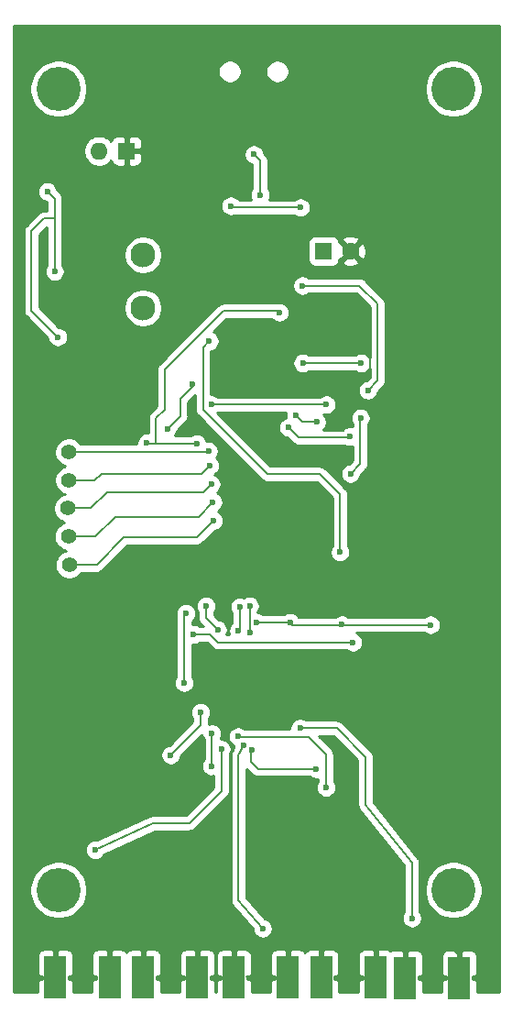
<source format=gbr>
%TF.GenerationSoftware,KiCad,Pcbnew,5.1.8*%
%TF.CreationDate,2020-12-01T23:25:55+08:00*%
%TF.ProjectId,msisdr,6d736973-6472-42e6-9b69-6361645f7063,rev?*%
%TF.SameCoordinates,Original*%
%TF.FileFunction,Copper,L2,Bot*%
%TF.FilePolarity,Positive*%
%FSLAX46Y46*%
G04 Gerber Fmt 4.6, Leading zero omitted, Abs format (unit mm)*
G04 Created by KiCad (PCBNEW 5.1.8) date 2020-12-01 23:25:55*
%MOMM*%
%LPD*%
G01*
G04 APERTURE LIST*
%TA.AperFunction,ComponentPad*%
%ADD10C,4.064000*%
%TD*%
%TA.AperFunction,ComponentPad*%
%ADD11R,1.600000X1.600000*%
%TD*%
%TA.AperFunction,ComponentPad*%
%ADD12C,1.600000*%
%TD*%
%TA.AperFunction,SMDPad,CuDef*%
%ADD13R,2.000000X4.000000*%
%TD*%
%TA.AperFunction,ComponentPad*%
%ADD14C,0.400000*%
%TD*%
%TA.AperFunction,ComponentPad*%
%ADD15C,2.300000*%
%TD*%
%TA.AperFunction,ComponentPad*%
%ADD16C,1.400000*%
%TD*%
%TA.AperFunction,ComponentPad*%
%ADD17O,1.600000X1.600000*%
%TD*%
%TA.AperFunction,ViaPad*%
%ADD18C,0.600000*%
%TD*%
%TA.AperFunction,Conductor*%
%ADD19C,0.200000*%
%TD*%
%TA.AperFunction,Conductor*%
%ADD20C,0.254000*%
%TD*%
%TA.AperFunction,Conductor*%
%ADD21C,0.100000*%
%TD*%
G04 APERTURE END LIST*
D10*
%TO.P,REF\u002A\u002A,1*%
%TO.N,N/C*%
X154500000Y-124000000D03*
%TD*%
%TO.P,REF\u002A\u002A,1*%
%TO.N,N/C*%
X118000000Y-124000000D03*
%TD*%
%TO.P,REF\u002A\u002A,1*%
%TO.N,N/C*%
X154500000Y-50000000D03*
%TD*%
%TO.P,REF\u002A\u002A,1*%
%TO.N,N/C*%
X118000000Y-50000000D03*
%TD*%
D11*
%TO.P,C35,1*%
%TO.N,VDIG*%
X142499000Y-64986000D03*
D12*
%TO.P,C35,2*%
%TO.N,GND*%
X144999000Y-64986000D03*
%TD*%
D13*
%TO.P,J6,2*%
%TO.N,GND*%
X130829000Y-132076000D03*
D14*
X131204000Y-132826000D03*
X130454000Y-132826000D03*
X131204000Y-132076000D03*
X130454000Y-132076000D03*
X131204000Y-131326000D03*
X130454000Y-131326000D03*
D13*
%TO.P,J6,3*%
X125829000Y-132076000D03*
D14*
X125454000Y-132826000D03*
X126204000Y-132826000D03*
X125454000Y-132076000D03*
X126204000Y-132076000D03*
X125454000Y-131326000D03*
X126204000Y-131326000D03*
%TD*%
D13*
%TO.P,J7,2*%
%TO.N,GND*%
X147300320Y-132094600D03*
D14*
X147675320Y-132844600D03*
X146925320Y-132844600D03*
X147675320Y-132094600D03*
X146925320Y-132094600D03*
X147675320Y-131344600D03*
X146925320Y-131344600D03*
D13*
%TO.P,J7,3*%
X142300320Y-132094600D03*
D14*
X141925320Y-132844600D03*
X142675320Y-132844600D03*
X141925320Y-132094600D03*
X142675320Y-132094600D03*
X141925320Y-131344600D03*
X142675320Y-131344600D03*
%TD*%
D13*
%TO.P,J8,2*%
%TO.N,GND*%
X122705500Y-132069200D03*
D14*
X123080500Y-132819200D03*
X122330500Y-132819200D03*
X123080500Y-132069200D03*
X122330500Y-132069200D03*
X123080500Y-131319200D03*
X122330500Y-131319200D03*
D13*
%TO.P,J8,3*%
X117705500Y-132069200D03*
D14*
X117330500Y-132819200D03*
X118080500Y-132819200D03*
X117330500Y-132069200D03*
X118080500Y-132069200D03*
X117330500Y-131319200D03*
X118080500Y-131319200D03*
%TD*%
D13*
%TO.P,J9,2*%
%TO.N,GND*%
X139202800Y-132069200D03*
D14*
X139577800Y-132819200D03*
X138827800Y-132819200D03*
X139577800Y-132069200D03*
X138827800Y-132069200D03*
X139577800Y-131319200D03*
X138827800Y-131319200D03*
D13*
%TO.P,J9,3*%
X134202800Y-132069200D03*
D14*
X133827800Y-132819200D03*
X134577800Y-132819200D03*
X133827800Y-132069200D03*
X134577800Y-132069200D03*
X133827800Y-131319200D03*
X134577800Y-131319200D03*
%TD*%
D13*
%TO.P,J10,2*%
%TO.N,GND*%
X155039700Y-132122540D03*
D14*
X155414700Y-132872540D03*
X154664700Y-132872540D03*
X155414700Y-132122540D03*
X154664700Y-132122540D03*
X155414700Y-131372540D03*
X154664700Y-131372540D03*
D13*
%TO.P,J10,3*%
X150039700Y-132122540D03*
D14*
X149664700Y-132872540D03*
X150414700Y-132872540D03*
X149664700Y-132122540D03*
X150414700Y-132122540D03*
X149664700Y-131372540D03*
X150414700Y-131372540D03*
%TD*%
D15*
%TO.P,Y1,1*%
%TO.N,Net-(C9-Pad2)*%
X125809000Y-70236000D03*
%TO.P,Y1,2*%
%TO.N,Net-(C10-Pad2)*%
X125809000Y-65336000D03*
%TD*%
D16*
%TO.P,J1,1*%
%TO.N,Net-(C41-Pad2)*%
X118949000Y-83556000D03*
%TD*%
%TO.P,J2,1*%
%TO.N,Net-(J2-Pad1)*%
X118929000Y-86156000D03*
%TD*%
%TO.P,J3,1*%
%TO.N,Net-(J3-Pad1)*%
X118869000Y-88746000D03*
%TD*%
%TO.P,J4,1*%
%TO.N,Net-(J4-Pad1)*%
X118899000Y-91336000D03*
%TD*%
%TO.P,J5,1*%
%TO.N,Net-(J5-Pad1)*%
X118979000Y-93966000D03*
%TD*%
D11*
%TO.P,D5,1*%
%TO.N,GND*%
X124290000Y-55740000D03*
D17*
%TO.P,D5,2*%
%TO.N,Net-(D5-Pad2)*%
X121750000Y-55740000D03*
%TD*%
D18*
%TO.N,VDDI*%
X130484880Y-100398580D03*
X145919000Y-80416000D03*
X145219000Y-101116000D03*
X144979000Y-85546000D03*
X132119000Y-79176000D03*
X142759000Y-79166000D03*
%TO.N,VDIG*%
X140370000Y-60970000D03*
X133920000Y-60810000D03*
X117930000Y-72920000D03*
X116960000Y-59480000D03*
X117640000Y-66870000D03*
X138409000Y-70656000D03*
X146599000Y-77846000D03*
X140549000Y-68176000D03*
X130779000Y-82766000D03*
X126169000Y-82706000D03*
%TO.N,V18-SYNTH*%
X145979000Y-75336000D03*
X140569000Y-75336000D03*
%TO.N,VRF*%
X144200000Y-99490000D03*
X139399000Y-99276000D03*
X152389000Y-99506000D03*
X136265359Y-99273660D03*
%TO.N,Net-(C14-Pad2)*%
X142722600Y-114523520D03*
X134599680Y-109819440D03*
%TO.N,Net-(C15-Pad2)*%
X141828520Y-112816640D03*
X135856980Y-111061500D03*
%TO.N,Net-(C16-Pad2)*%
X132176520Y-109550200D03*
X132110480Y-112557560D03*
%TO.N,Net-(C22-Pad1)*%
X131627880Y-97756980D03*
X132694680Y-99974400D03*
%TO.N,USB_DP*%
X136629000Y-59806000D03*
X136059000Y-56066000D03*
%TO.N,I_IN_P*%
X144899000Y-82116000D03*
X139229000Y-81286000D03*
%TO.N,I_IN_N*%
X141869000Y-80786000D03*
X139909000Y-80196000D03*
%TO.N,SPI_DATA*%
X129609000Y-104866000D03*
X129769000Y-98446000D03*
%TO.N,SPI_CLK*%
X128039000Y-81426000D03*
X130370000Y-77310000D03*
%TO.N,VHF_120_250MHZ*%
X133045200Y-110992920D03*
X121383120Y-120282680D03*
%TO.N,UHF_400_1000MHZ*%
X136870440Y-127548640D03*
X135087360Y-110611920D03*
%TO.N,VHF_50_120MHZ*%
X140314680Y-109042200D03*
X150664120Y-126598440D03*
%TO.N,GND*%
X130280000Y-55170000D03*
X138280000Y-55910000D03*
X131660000Y-69510000D03*
X130640000Y-80750000D03*
X116689000Y-77656000D03*
X119089000Y-77646000D03*
X146620000Y-76596000D03*
X146150000Y-72070000D03*
X137312400Y-121904760D03*
X137411460Y-117187980D03*
X148209000Y-110175040D03*
X148153120Y-114952780D03*
X148717000Y-97414080D03*
X148777960Y-105481120D03*
X150444200Y-94947740D03*
X142737840Y-92613480D03*
X134630160Y-95341440D03*
X136429000Y-105496000D03*
X144059000Y-105486000D03*
X144999000Y-61596000D03*
X134309000Y-62056000D03*
X137300000Y-95100000D03*
X138250000Y-87250000D03*
%TO.N,Net-(J3-Pad1)*%
X132119000Y-86516000D03*
%TO.N,Net-(C17-Pad2)*%
X131124960Y-107579160D03*
X128358900Y-111541560D03*
%TO.N,Net-(C22-Pad2)*%
X134757160Y-97820480D03*
X134612380Y-100032820D03*
%TO.N,Net-(C23-Pad1)*%
X135666480Y-97749360D03*
X135674100Y-100261420D03*
%TO.N,Net-(J2-Pad1)*%
X131979000Y-84806000D03*
%TO.N,Net-(J4-Pad1)*%
X132269000Y-88176000D03*
%TO.N,Net-(J5-Pad1)*%
X132339000Y-89876000D03*
%TO.N,Net-(C41-Pad2)*%
X131869000Y-83466000D03*
%TO.N,Net-(C42-Pad2)*%
X131930000Y-73300000D03*
X144020000Y-92810000D03*
%TD*%
D19*
%TO.N,VDDI*%
X130484880Y-100398580D02*
X132006340Y-100398580D01*
X132723760Y-101116000D02*
X145219000Y-101116000D01*
X132006340Y-100398580D02*
X132723760Y-101116000D01*
X130484880Y-100398580D02*
X130482340Y-100398580D01*
X145889000Y-84636000D02*
X144979000Y-85546000D01*
X145889000Y-80446000D02*
X145889000Y-84636000D01*
X145889000Y-80446000D02*
X145919000Y-80416000D01*
X145219000Y-101116000D02*
X145069000Y-101266000D01*
X142749000Y-79176000D02*
X132119000Y-79176000D01*
X142759000Y-79166000D02*
X142749000Y-79176000D01*
%TO.N,VDIG*%
X134080000Y-60970000D02*
X140370000Y-60970000D01*
X133920000Y-60810000D02*
X134080000Y-60970000D01*
X117420000Y-61970000D02*
X116680000Y-61970000D01*
X115500000Y-70490000D02*
X117930000Y-72920000D01*
X115500000Y-63890000D02*
X115500000Y-70490000D01*
X117420000Y-61970000D02*
X117640000Y-61970000D01*
X115500000Y-63150000D02*
X115500000Y-63890000D01*
X116680000Y-61970000D02*
X115500000Y-63150000D01*
X116960000Y-59480000D02*
X117640000Y-60160000D01*
X117640000Y-60160000D02*
X117640000Y-61970000D01*
X117640000Y-61970000D02*
X117640000Y-66870000D01*
X127019000Y-82766000D02*
X127019000Y-80386000D01*
X127790000Y-79615000D02*
X127019000Y-80386000D01*
X127790000Y-75955000D02*
X127790000Y-79615000D01*
X133229000Y-70516000D02*
X127790000Y-75955000D01*
X134699000Y-70516000D02*
X133229000Y-70516000D01*
X138269000Y-70516000D02*
X134699000Y-70516000D01*
X138269000Y-70516000D02*
X138409000Y-70656000D01*
X147489000Y-76956000D02*
X147489000Y-69856000D01*
X146599000Y-77846000D02*
X147489000Y-76956000D01*
X145809000Y-68176000D02*
X140549000Y-68176000D01*
X147489000Y-69856000D02*
X145809000Y-68176000D01*
X126229000Y-82766000D02*
X127019000Y-82766000D01*
X127019000Y-82766000D02*
X130779000Y-82766000D01*
X126169000Y-82706000D02*
X126229000Y-82766000D01*
%TO.N,V18-SYNTH*%
X140569000Y-75336000D02*
X145979000Y-75336000D01*
%TO.N,VRF*%
X144140000Y-99430000D02*
X144140000Y-99506000D01*
X144184000Y-99474000D02*
X144140000Y-99430000D01*
X144184000Y-99506000D02*
X144184000Y-99474000D01*
X144200000Y-99490000D02*
X144184000Y-99506000D01*
X139629000Y-99506000D02*
X144140000Y-99506000D01*
X139399000Y-99276000D02*
X139629000Y-99506000D01*
X144140000Y-99506000D02*
X152389000Y-99506000D01*
X136393423Y-99276000D02*
X136273437Y-99395986D01*
X139399000Y-99276000D02*
X136393423Y-99276000D01*
%TO.N,Net-(C14-Pad2)*%
X142722600Y-111455200D02*
X142722600Y-114523520D01*
X141147800Y-109880400D02*
X142722600Y-111455200D01*
X134660640Y-109880400D02*
X141147800Y-109880400D01*
X134599680Y-109819440D02*
X134660640Y-109880400D01*
%TO.N,Net-(C15-Pad2)*%
X136423400Y-112816640D02*
X141828520Y-112816640D01*
X135793480Y-112186720D02*
X136423400Y-112816640D01*
X135793480Y-111125000D02*
X135793480Y-112186720D01*
X135856980Y-111061500D02*
X135793480Y-111125000D01*
%TO.N,Net-(C16-Pad2)*%
X132176520Y-112491520D02*
X132176520Y-109550200D01*
X132110480Y-112557560D02*
X132176520Y-112491520D01*
%TO.N,Net-(C22-Pad1)*%
X131627880Y-98907600D02*
X131627880Y-97756980D01*
X132694680Y-99974400D02*
X131627880Y-98907600D01*
%TO.N,USB_DP*%
X136629000Y-56636000D02*
X136629000Y-59806000D01*
X136059000Y-56066000D02*
X136629000Y-56636000D01*
%TO.N,I_IN_P*%
X144809000Y-82206000D02*
X144899000Y-82116000D01*
X140149000Y-82206000D02*
X144809000Y-82206000D01*
X139229000Y-81286000D02*
X140149000Y-82206000D01*
%TO.N,I_IN_N*%
X140499000Y-80786000D02*
X141869000Y-80786000D01*
X139909000Y-80196000D02*
X140499000Y-80786000D01*
%TO.N,SPI_DATA*%
X129619000Y-104856000D02*
X129609000Y-104866000D01*
X129619000Y-98596000D02*
X129619000Y-104856000D01*
X129769000Y-98446000D02*
X129619000Y-98596000D01*
%TO.N,SPI_CLK*%
X130370000Y-77310000D02*
X130370000Y-77530000D01*
X129250000Y-80215000D02*
X128039000Y-81426000D01*
X129250000Y-78650000D02*
X129250000Y-80215000D01*
X130370000Y-77530000D02*
X129250000Y-78650000D01*
X130370000Y-77330000D02*
X130370000Y-77310000D01*
%TO.N,VHF_120_250MHZ*%
X133045200Y-110992920D02*
X133075680Y-111023400D01*
X133075680Y-111023400D02*
X133075680Y-114833400D01*
X133075680Y-114833400D02*
X130088640Y-117820440D01*
X130088640Y-117820440D02*
X126705360Y-117820440D01*
X126705360Y-117820440D02*
X121383120Y-120282680D01*
%TO.N,UHF_400_1000MHZ*%
X134635240Y-124927360D02*
X136870440Y-127548640D01*
X134635240Y-111531400D02*
X134635240Y-124927360D01*
X135087360Y-110611920D02*
X134635240Y-111531400D01*
%TO.N,VHF_50_120MHZ*%
X140314680Y-109042200D02*
X140317220Y-109039660D01*
X140317220Y-109039660D02*
X143710660Y-109039660D01*
X143710660Y-109039660D02*
X146380200Y-111709200D01*
X146380200Y-111709200D02*
X146380200Y-116128800D01*
X146380200Y-116128800D02*
X150664120Y-121472720D01*
X150664120Y-121472720D02*
X150664120Y-126598440D01*
%TO.N,GND*%
X137540000Y-55170000D02*
X130280000Y-55170000D01*
X138280000Y-55910000D02*
X137540000Y-55170000D01*
X137600000Y-62056000D02*
X137600000Y-69050000D01*
X137140000Y-69510000D02*
X131660000Y-69510000D01*
X137600000Y-69050000D02*
X137140000Y-69510000D01*
X142190000Y-94020000D02*
X142773400Y-94020000D01*
X141190000Y-93020000D02*
X142190000Y-94020000D01*
X141190000Y-88700000D02*
X141190000Y-93020000D01*
X139740000Y-87250000D02*
X141190000Y-88700000D01*
X137140000Y-87250000D02*
X138250000Y-87250000D01*
X130640000Y-80750000D02*
X137140000Y-87250000D01*
X119079000Y-77656000D02*
X116689000Y-77656000D01*
X119089000Y-77646000D02*
X119079000Y-77656000D01*
X146750000Y-72670000D02*
X146150000Y-72070000D01*
X146750000Y-76466000D02*
X146750000Y-72670000D01*
X146750000Y-76466000D02*
X146620000Y-76596000D01*
X150039700Y-132122540D02*
X150039700Y-129418080D01*
X150037800Y-129509520D02*
X150037800Y-129418080D01*
X150037800Y-129419980D02*
X150037800Y-129509520D01*
X150039700Y-129418080D02*
X150037800Y-129419980D01*
X147300320Y-132094600D02*
X147300320Y-129549520D01*
X147300320Y-129549520D02*
X147431760Y-129418080D01*
X142300320Y-132094600D02*
X142300320Y-129581280D01*
X142300320Y-129581280D02*
X142463520Y-129418080D01*
X134202800Y-132069200D02*
X134202800Y-129473320D01*
X134202800Y-129473320D02*
X134147560Y-129418080D01*
X139202800Y-132069200D02*
X139202800Y-129563500D01*
X139202800Y-129563500D02*
X139057380Y-129418080D01*
X130829000Y-132076000D02*
X130829000Y-129739340D01*
X130829000Y-129739340D02*
X130507740Y-129418080D01*
X125829000Y-132076000D02*
X125829000Y-129588200D01*
X125829000Y-129588200D02*
X125658880Y-129418080D01*
X122705500Y-132069200D02*
X122705500Y-129578740D01*
X122705500Y-129578740D02*
X122544840Y-129418080D01*
X117705500Y-132069200D02*
X117705500Y-129647320D01*
X117705500Y-129647320D02*
X117934740Y-129418080D01*
X117934740Y-129418080D02*
X122544840Y-129418080D01*
X155011120Y-130032760D02*
X155011120Y-132093960D01*
X154396440Y-129418080D02*
X155011120Y-130032760D01*
X150037800Y-129418080D02*
X154396440Y-129418080D01*
X147431760Y-129418080D02*
X150037800Y-129418080D01*
X142463520Y-129418080D02*
X147431760Y-129418080D01*
X139057380Y-129418080D02*
X142463520Y-129418080D01*
X130507740Y-129418080D02*
X134147560Y-129418080D01*
X134147560Y-129418080D02*
X139057380Y-129418080D01*
X125658880Y-129418080D02*
X126149100Y-129418080D01*
X126149100Y-129418080D02*
X130507740Y-129418080D01*
X122544840Y-129418080D02*
X125658880Y-129418080D01*
X155011120Y-132093960D02*
X155039700Y-132122540D01*
X137312400Y-117287040D02*
X137312400Y-121904760D01*
X137411460Y-117187980D02*
X137312400Y-117287040D01*
X148209000Y-114896900D02*
X148209000Y-110175040D01*
X148153120Y-114952780D02*
X148209000Y-114896900D01*
X144059000Y-105486000D02*
X148773080Y-105486000D01*
X148704300Y-97345500D02*
X142773400Y-97345500D01*
X148704300Y-97401380D02*
X148704300Y-97345500D01*
X148717000Y-97414080D02*
X148704300Y-97401380D01*
X148773080Y-105486000D02*
X148777960Y-105481120D01*
X150444200Y-94947740D02*
X142984220Y-94947740D01*
X142984220Y-94947740D02*
X142773400Y-94736920D01*
X142737840Y-92613480D02*
X142773400Y-92649040D01*
X142773400Y-92649040D02*
X142773400Y-94020000D01*
X142773400Y-94020000D02*
X142773400Y-94736920D01*
X142773400Y-94736920D02*
X142773400Y-96177100D01*
X142773400Y-96177100D02*
X142773400Y-97345500D01*
X144049000Y-105496000D02*
X136429000Y-105496000D01*
X144059000Y-105486000D02*
X144049000Y-105496000D01*
X144539000Y-62056000D02*
X137600000Y-62056000D01*
X137600000Y-62056000D02*
X134309000Y-62056000D01*
X144539000Y-62056000D02*
X144999000Y-61596000D01*
X134630160Y-95341440D02*
X136634220Y-97345500D01*
X136634220Y-97345500D02*
X142773400Y-97345500D01*
X134630160Y-95341440D02*
X134630160Y-95269840D01*
X134630160Y-95269840D02*
X134800000Y-95100000D01*
X134800000Y-95100000D02*
X137300000Y-95100000D01*
X137300000Y-95100000D02*
X137300000Y-95100000D01*
X138250000Y-87250000D02*
X139740000Y-87250000D01*
%TO.N,Net-(J3-Pad1)*%
X120969000Y-88746000D02*
X118869000Y-88746000D01*
X122479000Y-87236000D02*
X120969000Y-88746000D01*
X131399000Y-87236000D02*
X122479000Y-87236000D01*
X132119000Y-86516000D02*
X131399000Y-87236000D01*
%TO.N,Net-(C17-Pad2)*%
X131124960Y-108775500D02*
X131124960Y-107579160D01*
X128358900Y-111541560D02*
X131124960Y-108775500D01*
%TO.N,Net-(C22-Pad2)*%
X134757160Y-99888040D02*
X134757160Y-97820480D01*
X134612380Y-100032820D02*
X134757160Y-99888040D01*
%TO.N,Net-(C23-Pad1)*%
X135666480Y-100253800D02*
X135666480Y-97749360D01*
X135674100Y-100261420D02*
X135666480Y-100253800D01*
%TO.N,Net-(J2-Pad1)*%
X121349000Y-86156000D02*
X118929000Y-86156000D01*
X121959000Y-85546000D02*
X121349000Y-86156000D01*
X131239000Y-85546000D02*
X121959000Y-85546000D01*
X131979000Y-84806000D02*
X131239000Y-85546000D01*
%TO.N,Net-(J4-Pad1)*%
X121419000Y-91336000D02*
X118899000Y-91336000D01*
X123239000Y-89516000D02*
X121419000Y-91336000D01*
X130929000Y-89516000D02*
X123239000Y-89516000D01*
X132269000Y-88176000D02*
X130929000Y-89516000D01*
%TO.N,Net-(J5-Pad1)*%
X121519000Y-93966000D02*
X118979000Y-93966000D01*
X124049000Y-91436000D02*
X121519000Y-93966000D01*
X130779000Y-91436000D02*
X124049000Y-91436000D01*
X132339000Y-89876000D02*
X130779000Y-91436000D01*
%TO.N,Net-(C41-Pad2)*%
X118949000Y-83556000D02*
X131779000Y-83556000D01*
X131779000Y-83556000D02*
X131869000Y-83466000D01*
%TO.N,Net-(C42-Pad2)*%
X131930000Y-73300000D02*
X131350000Y-73880000D01*
X131350000Y-73880000D02*
X131350000Y-79650000D01*
X131350000Y-79650000D02*
X137290000Y-85590000D01*
X137290000Y-85590000D02*
X142160000Y-85590000D01*
X142160000Y-85590000D02*
X144020000Y-87450000D01*
X144020000Y-87450000D02*
X144020000Y-92810000D01*
%TD*%
D20*
%TO.N,GND*%
X158700400Y-133422320D02*
X156676517Y-133422320D01*
X156674700Y-132408290D01*
X156515950Y-132249540D01*
X156243786Y-132249540D01*
X156244505Y-132246685D01*
X156252779Y-132082412D01*
X156240003Y-131995540D01*
X156515950Y-131995540D01*
X156674700Y-131836790D01*
X156677772Y-130122540D01*
X156665512Y-129998058D01*
X156629202Y-129878360D01*
X156570237Y-129768046D01*
X156490885Y-129671355D01*
X156394194Y-129592003D01*
X156283880Y-129533038D01*
X156164182Y-129496728D01*
X156039700Y-129484468D01*
X155325450Y-129487540D01*
X155166700Y-129646290D01*
X155166700Y-130574482D01*
X155056908Y-130613612D01*
X155036294Y-130624630D01*
X154948346Y-130582900D01*
X154912700Y-130573924D01*
X154912700Y-129646290D01*
X154753950Y-129487540D01*
X154039700Y-129484468D01*
X153915218Y-129496728D01*
X153795520Y-129533038D01*
X153685206Y-129592003D01*
X153588515Y-129671355D01*
X153509163Y-129768046D01*
X153450198Y-129878360D01*
X153413888Y-129998058D01*
X153401628Y-130122540D01*
X153404700Y-131836790D01*
X153563450Y-131995540D01*
X153835614Y-131995540D01*
X153834895Y-131998395D01*
X153826621Y-132162668D01*
X153839397Y-132249540D01*
X153563450Y-132249540D01*
X153404700Y-132408290D01*
X153402883Y-133422320D01*
X151676517Y-133422320D01*
X151674700Y-132408290D01*
X151515950Y-132249540D01*
X151243786Y-132249540D01*
X151244505Y-132246685D01*
X151252779Y-132082412D01*
X151240003Y-131995540D01*
X151515950Y-131995540D01*
X151674700Y-131836790D01*
X151677772Y-130122540D01*
X151665512Y-129998058D01*
X151629202Y-129878360D01*
X151570237Y-129768046D01*
X151490885Y-129671355D01*
X151394194Y-129592003D01*
X151283880Y-129533038D01*
X151164182Y-129496728D01*
X151039700Y-129484468D01*
X150325450Y-129487540D01*
X150166700Y-129646290D01*
X150166700Y-130574482D01*
X150056908Y-130613612D01*
X150036294Y-130624630D01*
X149948346Y-130582900D01*
X149912700Y-130573924D01*
X149912700Y-129646290D01*
X149753950Y-129487540D01*
X149039700Y-129484468D01*
X148915218Y-129496728D01*
X148795520Y-129533038D01*
X148687418Y-129590821D01*
X148654814Y-129564063D01*
X148544500Y-129505098D01*
X148424802Y-129468788D01*
X148300320Y-129456528D01*
X147586070Y-129459600D01*
X147427320Y-129618350D01*
X147427320Y-130546542D01*
X147317528Y-130585672D01*
X147296914Y-130596690D01*
X147208966Y-130554960D01*
X147173320Y-130545984D01*
X147173320Y-129618350D01*
X147014570Y-129459600D01*
X146300320Y-129456528D01*
X146175838Y-129468788D01*
X146056140Y-129505098D01*
X145945826Y-129564063D01*
X145849135Y-129643415D01*
X145769783Y-129740106D01*
X145710818Y-129850420D01*
X145674508Y-129970118D01*
X145662248Y-130094600D01*
X145665320Y-131808850D01*
X145824070Y-131967600D01*
X146096234Y-131967600D01*
X146095515Y-131970455D01*
X146087241Y-132134728D01*
X146100017Y-132221600D01*
X145824070Y-132221600D01*
X145665320Y-132380350D01*
X145663453Y-133422320D01*
X143937187Y-133422320D01*
X143935320Y-132380350D01*
X143776570Y-132221600D01*
X143504406Y-132221600D01*
X143505125Y-132218745D01*
X143513399Y-132054472D01*
X143500623Y-131967600D01*
X143776570Y-131967600D01*
X143935320Y-131808850D01*
X143938392Y-130094600D01*
X143926132Y-129970118D01*
X143889822Y-129850420D01*
X143830857Y-129740106D01*
X143751505Y-129643415D01*
X143654814Y-129564063D01*
X143544500Y-129505098D01*
X143424802Y-129468788D01*
X143300320Y-129456528D01*
X142586070Y-129459600D01*
X142427320Y-129618350D01*
X142427320Y-130546542D01*
X142317528Y-130585672D01*
X142296914Y-130596690D01*
X142208966Y-130554960D01*
X142173320Y-130545984D01*
X142173320Y-129618350D01*
X142014570Y-129459600D01*
X141300320Y-129456528D01*
X141175838Y-129468788D01*
X141056140Y-129505098D01*
X140945826Y-129564063D01*
X140849135Y-129643415D01*
X140769783Y-129740106D01*
X140758348Y-129761498D01*
X140733337Y-129714706D01*
X140653985Y-129618015D01*
X140557294Y-129538663D01*
X140446980Y-129479698D01*
X140327282Y-129443388D01*
X140202800Y-129431128D01*
X139488550Y-129434200D01*
X139329800Y-129592950D01*
X139329800Y-130521142D01*
X139220008Y-130560272D01*
X139199394Y-130571290D01*
X139111446Y-130529560D01*
X139075800Y-130520584D01*
X139075800Y-129592950D01*
X138917050Y-129434200D01*
X138202800Y-129431128D01*
X138078318Y-129443388D01*
X137958620Y-129479698D01*
X137848306Y-129538663D01*
X137751615Y-129618015D01*
X137672263Y-129714706D01*
X137613298Y-129825020D01*
X137576988Y-129944718D01*
X137564728Y-130069200D01*
X137567800Y-131783450D01*
X137726550Y-131942200D01*
X137998714Y-131942200D01*
X137997995Y-131945055D01*
X137989721Y-132109328D01*
X138002497Y-132196200D01*
X137726550Y-132196200D01*
X137567800Y-132354950D01*
X137565887Y-133422320D01*
X135839713Y-133422320D01*
X135837800Y-132354950D01*
X135679050Y-132196200D01*
X135406886Y-132196200D01*
X135407605Y-132193345D01*
X135415879Y-132029072D01*
X135403103Y-131942200D01*
X135679050Y-131942200D01*
X135837800Y-131783450D01*
X135840872Y-130069200D01*
X135828612Y-129944718D01*
X135792302Y-129825020D01*
X135733337Y-129714706D01*
X135653985Y-129618015D01*
X135557294Y-129538663D01*
X135446980Y-129479698D01*
X135327282Y-129443388D01*
X135202800Y-129431128D01*
X134488550Y-129434200D01*
X134329800Y-129592950D01*
X134329800Y-130521142D01*
X134220008Y-130560272D01*
X134199394Y-130571290D01*
X134111446Y-130529560D01*
X134075800Y-130520584D01*
X134075800Y-129592950D01*
X133917050Y-129434200D01*
X133202800Y-129431128D01*
X133078318Y-129443388D01*
X132958620Y-129479698D01*
X132848306Y-129538663D01*
X132751615Y-129618015D01*
X132672263Y-129714706D01*
X132613298Y-129825020D01*
X132576988Y-129944718D01*
X132564728Y-130069200D01*
X132567800Y-131783450D01*
X132726550Y-131942200D01*
X132998714Y-131942200D01*
X132997995Y-131945055D01*
X132989721Y-132109328D01*
X133002497Y-132196200D01*
X132726550Y-132196200D01*
X132567800Y-132354950D01*
X132565887Y-133422320D01*
X132465901Y-133422320D01*
X132464000Y-132361750D01*
X132305250Y-132203000D01*
X132033086Y-132203000D01*
X132033805Y-132200145D01*
X132042079Y-132035872D01*
X132029303Y-131949000D01*
X132305250Y-131949000D01*
X132464000Y-131790250D01*
X132467072Y-130076000D01*
X132454812Y-129951518D01*
X132418502Y-129831820D01*
X132359537Y-129721506D01*
X132280185Y-129624815D01*
X132183494Y-129545463D01*
X132073180Y-129486498D01*
X131953482Y-129450188D01*
X131829000Y-129437928D01*
X131114750Y-129441000D01*
X130956000Y-129599750D01*
X130956000Y-130527942D01*
X130846208Y-130567072D01*
X130825594Y-130578090D01*
X130737646Y-130536360D01*
X130702000Y-130527384D01*
X130702000Y-129599750D01*
X130543250Y-129441000D01*
X129829000Y-129437928D01*
X129704518Y-129450188D01*
X129584820Y-129486498D01*
X129474506Y-129545463D01*
X129377815Y-129624815D01*
X129298463Y-129721506D01*
X129239498Y-129831820D01*
X129203188Y-129951518D01*
X129190928Y-130076000D01*
X129194000Y-131790250D01*
X129352750Y-131949000D01*
X129624914Y-131949000D01*
X129624195Y-131951855D01*
X129615921Y-132116128D01*
X129628697Y-132203000D01*
X129352750Y-132203000D01*
X129194000Y-132361750D01*
X129192099Y-133422320D01*
X127465901Y-133422320D01*
X127464000Y-132361750D01*
X127305250Y-132203000D01*
X127033086Y-132203000D01*
X127033805Y-132200145D01*
X127042079Y-132035872D01*
X127029303Y-131949000D01*
X127305250Y-131949000D01*
X127464000Y-131790250D01*
X127467072Y-130076000D01*
X127454812Y-129951518D01*
X127418502Y-129831820D01*
X127359537Y-129721506D01*
X127280185Y-129624815D01*
X127183494Y-129545463D01*
X127073180Y-129486498D01*
X126953482Y-129450188D01*
X126829000Y-129437928D01*
X126114750Y-129441000D01*
X125956000Y-129599750D01*
X125956000Y-130527942D01*
X125846208Y-130567072D01*
X125825594Y-130578090D01*
X125737646Y-130536360D01*
X125702000Y-130527384D01*
X125702000Y-129599750D01*
X125543250Y-129441000D01*
X124829000Y-129437928D01*
X124704518Y-129450188D01*
X124584820Y-129486498D01*
X124474506Y-129545463D01*
X124377815Y-129624815D01*
X124298463Y-129721506D01*
X124269067Y-129776500D01*
X124236037Y-129714706D01*
X124156685Y-129618015D01*
X124059994Y-129538663D01*
X123949680Y-129479698D01*
X123829982Y-129443388D01*
X123705500Y-129431128D01*
X122991250Y-129434200D01*
X122832500Y-129592950D01*
X122832500Y-130521142D01*
X122722708Y-130560272D01*
X122702094Y-130571290D01*
X122614146Y-130529560D01*
X122578500Y-130520584D01*
X122578500Y-129592950D01*
X122419750Y-129434200D01*
X121705500Y-129431128D01*
X121581018Y-129443388D01*
X121461320Y-129479698D01*
X121351006Y-129538663D01*
X121254315Y-129618015D01*
X121174963Y-129714706D01*
X121115998Y-129825020D01*
X121079688Y-129944718D01*
X121067428Y-130069200D01*
X121070500Y-131783450D01*
X121229250Y-131942200D01*
X121501414Y-131942200D01*
X121500695Y-131945055D01*
X121492421Y-132109328D01*
X121505197Y-132196200D01*
X121229250Y-132196200D01*
X121070500Y-132354950D01*
X121068587Y-133422320D01*
X119342413Y-133422320D01*
X119340500Y-132354950D01*
X119181750Y-132196200D01*
X118909586Y-132196200D01*
X118910305Y-132193345D01*
X118918579Y-132029072D01*
X118905803Y-131942200D01*
X119181750Y-131942200D01*
X119340500Y-131783450D01*
X119343572Y-130069200D01*
X119331312Y-129944718D01*
X119295002Y-129825020D01*
X119236037Y-129714706D01*
X119156685Y-129618015D01*
X119059994Y-129538663D01*
X118949680Y-129479698D01*
X118829982Y-129443388D01*
X118705500Y-129431128D01*
X117991250Y-129434200D01*
X117832500Y-129592950D01*
X117832500Y-130521142D01*
X117722708Y-130560272D01*
X117702094Y-130571290D01*
X117614146Y-130529560D01*
X117578500Y-130520584D01*
X117578500Y-129592950D01*
X117419750Y-129434200D01*
X116705500Y-129431128D01*
X116581018Y-129443388D01*
X116461320Y-129479698D01*
X116351006Y-129538663D01*
X116254315Y-129618015D01*
X116174963Y-129714706D01*
X116115998Y-129825020D01*
X116079688Y-129944718D01*
X116067428Y-130069200D01*
X116070500Y-131783450D01*
X116229250Y-131942200D01*
X116501414Y-131942200D01*
X116500695Y-131945055D01*
X116492421Y-132109328D01*
X116505197Y-132196200D01*
X116229250Y-132196200D01*
X116070500Y-132354950D01*
X116068587Y-133422320D01*
X113841600Y-133422320D01*
X113841600Y-123737323D01*
X115333000Y-123737323D01*
X115333000Y-124262677D01*
X115435492Y-124777935D01*
X115636536Y-125263298D01*
X115928406Y-125700113D01*
X116299887Y-126071594D01*
X116736702Y-126363464D01*
X117222065Y-126564508D01*
X117737323Y-126667000D01*
X118262677Y-126667000D01*
X118777935Y-126564508D01*
X119263298Y-126363464D01*
X119700113Y-126071594D01*
X120071594Y-125700113D01*
X120363464Y-125263298D01*
X120564508Y-124777935D01*
X120667000Y-124262677D01*
X120667000Y-123737323D01*
X120564508Y-123222065D01*
X120363464Y-122736702D01*
X120071594Y-122299887D01*
X119700113Y-121928406D01*
X119263298Y-121636536D01*
X118777935Y-121435492D01*
X118262677Y-121333000D01*
X117737323Y-121333000D01*
X117222065Y-121435492D01*
X116736702Y-121636536D01*
X116299887Y-121928406D01*
X115928406Y-122299887D01*
X115636536Y-122736702D01*
X115435492Y-123222065D01*
X115333000Y-123737323D01*
X113841600Y-123737323D01*
X113841600Y-120190591D01*
X120448120Y-120190591D01*
X120448120Y-120374769D01*
X120484052Y-120555409D01*
X120554534Y-120725569D01*
X120656858Y-120878708D01*
X120787092Y-121008942D01*
X120940231Y-121111266D01*
X121110391Y-121181748D01*
X121291031Y-121217680D01*
X121475209Y-121217680D01*
X121655849Y-121181748D01*
X121826009Y-121111266D01*
X121979148Y-121008942D01*
X122109382Y-120878708D01*
X122211706Y-120725569D01*
X122220097Y-120705311D01*
X126867141Y-118555440D01*
X130052535Y-118555440D01*
X130088640Y-118558996D01*
X130124745Y-118555440D01*
X130232725Y-118544805D01*
X130371273Y-118502777D01*
X130498960Y-118434527D01*
X130610878Y-118342678D01*
X130633899Y-118314627D01*
X133569873Y-115378654D01*
X133597918Y-115355638D01*
X133689767Y-115243720D01*
X133758017Y-115116033D01*
X133800045Y-114977485D01*
X133810680Y-114869505D01*
X133810680Y-114869496D01*
X133814235Y-114833401D01*
X133810680Y-114797306D01*
X133810680Y-111530254D01*
X133873786Y-111435809D01*
X133944268Y-111265649D01*
X133980200Y-111085009D01*
X133980200Y-110900831D01*
X133944268Y-110720191D01*
X133873786Y-110550031D01*
X133771462Y-110396892D01*
X133641228Y-110266658D01*
X133488089Y-110164334D01*
X133317929Y-110093852D01*
X133137289Y-110057920D01*
X132961787Y-110057920D01*
X133005106Y-109993089D01*
X133075588Y-109822929D01*
X133094599Y-109727351D01*
X133664680Y-109727351D01*
X133664680Y-109911529D01*
X133700612Y-110092169D01*
X133771094Y-110262329D01*
X133873418Y-110415468D01*
X134003652Y-110545702D01*
X134152360Y-110645065D01*
X134152360Y-110704009D01*
X134172714Y-110806336D01*
X133981160Y-111195904D01*
X133952903Y-111248768D01*
X133938749Y-111295427D01*
X133921630Y-111341071D01*
X133917782Y-111364547D01*
X133910875Y-111387316D01*
X133906096Y-111435835D01*
X133898210Y-111483946D01*
X133900240Y-111543844D01*
X133900241Y-124861952D01*
X133899007Y-124868831D01*
X133900241Y-124934311D01*
X133900241Y-124963465D01*
X133900920Y-124970363D01*
X133901735Y-125013587D01*
X133908001Y-125042253D01*
X133910876Y-125071445D01*
X133923422Y-125112804D01*
X133932652Y-125155030D01*
X133944387Y-125181918D01*
X133952904Y-125209993D01*
X133973278Y-125248110D01*
X133990568Y-125287724D01*
X134007324Y-125311806D01*
X134021154Y-125337680D01*
X134048576Y-125371093D01*
X134052538Y-125376788D01*
X134071471Y-125398991D01*
X134113003Y-125449598D01*
X134118403Y-125454030D01*
X135935440Y-127584920D01*
X135935440Y-127640729D01*
X135971372Y-127821369D01*
X136041854Y-127991529D01*
X136144178Y-128144668D01*
X136274412Y-128274902D01*
X136427551Y-128377226D01*
X136597711Y-128447708D01*
X136778351Y-128483640D01*
X136962529Y-128483640D01*
X137143169Y-128447708D01*
X137313329Y-128377226D01*
X137466468Y-128274902D01*
X137596702Y-128144668D01*
X137699026Y-127991529D01*
X137769508Y-127821369D01*
X137805440Y-127640729D01*
X137805440Y-127456551D01*
X137769508Y-127275911D01*
X137699026Y-127105751D01*
X137596702Y-126952612D01*
X137466468Y-126822378D01*
X137313329Y-126720054D01*
X137143169Y-126649572D01*
X137054728Y-126631980D01*
X135370240Y-124656536D01*
X135370240Y-112802926D01*
X135878146Y-113310833D01*
X135901162Y-113338878D01*
X136013080Y-113430727D01*
X136140767Y-113498977D01*
X136279315Y-113541005D01*
X136387295Y-113551640D01*
X136387304Y-113551640D01*
X136423399Y-113555195D01*
X136459494Y-113551640D01*
X141245569Y-113551640D01*
X141385631Y-113645226D01*
X141555791Y-113715708D01*
X141736431Y-113751640D01*
X141920609Y-113751640D01*
X141987601Y-113738314D01*
X141987601Y-113940568D01*
X141894014Y-114080631D01*
X141823532Y-114250791D01*
X141787600Y-114431431D01*
X141787600Y-114615609D01*
X141823532Y-114796249D01*
X141894014Y-114966409D01*
X141996338Y-115119548D01*
X142126572Y-115249782D01*
X142279711Y-115352106D01*
X142449871Y-115422588D01*
X142630511Y-115458520D01*
X142814689Y-115458520D01*
X142995329Y-115422588D01*
X143165489Y-115352106D01*
X143318628Y-115249782D01*
X143448862Y-115119548D01*
X143551186Y-114966409D01*
X143621668Y-114796249D01*
X143657600Y-114615609D01*
X143657600Y-114431431D01*
X143621668Y-114250791D01*
X143551186Y-114080631D01*
X143457600Y-113940569D01*
X143457600Y-111491305D01*
X143461156Y-111455200D01*
X143446965Y-111311115D01*
X143404937Y-111172566D01*
X143336687Y-111044880D01*
X143267853Y-110961006D01*
X143267850Y-110961003D01*
X143244837Y-110932962D01*
X143216797Y-110909950D01*
X142081506Y-109774660D01*
X143406214Y-109774660D01*
X145645200Y-112013647D01*
X145645201Y-116124543D01*
X145644418Y-116192747D01*
X145651866Y-116232572D01*
X145655836Y-116272885D01*
X145665140Y-116303557D01*
X145671032Y-116335063D01*
X145686104Y-116372667D01*
X145697864Y-116411433D01*
X145712972Y-116439698D01*
X145724898Y-116469452D01*
X145747018Y-116503394D01*
X145766114Y-116539120D01*
X145809347Y-116591800D01*
X149929120Y-121730957D01*
X149929121Y-126015488D01*
X149835534Y-126155551D01*
X149765052Y-126325711D01*
X149729120Y-126506351D01*
X149729120Y-126690529D01*
X149765052Y-126871169D01*
X149835534Y-127041329D01*
X149937858Y-127194468D01*
X150068092Y-127324702D01*
X150221231Y-127427026D01*
X150391391Y-127497508D01*
X150572031Y-127533440D01*
X150756209Y-127533440D01*
X150936849Y-127497508D01*
X151107009Y-127427026D01*
X151260148Y-127324702D01*
X151390382Y-127194468D01*
X151492706Y-127041329D01*
X151563188Y-126871169D01*
X151599120Y-126690529D01*
X151599120Y-126506351D01*
X151563188Y-126325711D01*
X151492706Y-126155551D01*
X151399120Y-126015489D01*
X151399120Y-123737323D01*
X151833000Y-123737323D01*
X151833000Y-124262677D01*
X151935492Y-124777935D01*
X152136536Y-125263298D01*
X152428406Y-125700113D01*
X152799887Y-126071594D01*
X153236702Y-126363464D01*
X153722065Y-126564508D01*
X154237323Y-126667000D01*
X154762677Y-126667000D01*
X155277935Y-126564508D01*
X155763298Y-126363464D01*
X156200113Y-126071594D01*
X156571594Y-125700113D01*
X156863464Y-125263298D01*
X157064508Y-124777935D01*
X157167000Y-124262677D01*
X157167000Y-123737323D01*
X157064508Y-123222065D01*
X156863464Y-122736702D01*
X156571594Y-122299887D01*
X156200113Y-121928406D01*
X155763298Y-121636536D01*
X155277935Y-121435492D01*
X154762677Y-121333000D01*
X154237323Y-121333000D01*
X153722065Y-121435492D01*
X153236702Y-121636536D01*
X152799887Y-121928406D01*
X152428406Y-122299887D01*
X152136536Y-122736702D01*
X151935492Y-123222065D01*
X151833000Y-123737323D01*
X151399120Y-123737323D01*
X151399120Y-121476848D01*
X151399902Y-121408771D01*
X151392456Y-121368955D01*
X151388485Y-121328635D01*
X151379179Y-121297957D01*
X151373288Y-121266456D01*
X151358218Y-121228859D01*
X151346457Y-121190087D01*
X151331347Y-121161817D01*
X151319422Y-121132067D01*
X151297305Y-121098130D01*
X151278207Y-121062400D01*
X151234976Y-121009724D01*
X147115200Y-115870563D01*
X147115200Y-111745305D01*
X147118756Y-111709200D01*
X147104565Y-111565115D01*
X147062537Y-111426566D01*
X146994287Y-111298880D01*
X146925453Y-111215006D01*
X146925450Y-111215003D01*
X146902437Y-111186962D01*
X146874397Y-111163950D01*
X144255919Y-108545472D01*
X144232898Y-108517422D01*
X144120980Y-108425573D01*
X143993293Y-108357323D01*
X143854745Y-108315295D01*
X143746765Y-108304660D01*
X143710660Y-108301104D01*
X143674555Y-108304660D01*
X140893829Y-108304660D01*
X140757569Y-108213614D01*
X140587409Y-108143132D01*
X140406769Y-108107200D01*
X140222591Y-108107200D01*
X140041951Y-108143132D01*
X139871791Y-108213614D01*
X139718652Y-108315938D01*
X139588418Y-108446172D01*
X139486094Y-108599311D01*
X139415612Y-108769471D01*
X139379680Y-108950111D01*
X139379680Y-109134289D01*
X139381890Y-109145400D01*
X135247930Y-109145400D01*
X135195708Y-109093178D01*
X135042569Y-108990854D01*
X134872409Y-108920372D01*
X134691769Y-108884440D01*
X134507591Y-108884440D01*
X134326951Y-108920372D01*
X134156791Y-108990854D01*
X134003652Y-109093178D01*
X133873418Y-109223412D01*
X133771094Y-109376551D01*
X133700612Y-109546711D01*
X133664680Y-109727351D01*
X133094599Y-109727351D01*
X133111520Y-109642289D01*
X133111520Y-109458111D01*
X133075588Y-109277471D01*
X133005106Y-109107311D01*
X132902782Y-108954172D01*
X132772548Y-108823938D01*
X132619409Y-108721614D01*
X132449249Y-108651132D01*
X132268609Y-108615200D01*
X132084431Y-108615200D01*
X131903791Y-108651132D01*
X131859960Y-108669287D01*
X131859960Y-108162111D01*
X131953546Y-108022049D01*
X132024028Y-107851889D01*
X132059960Y-107671249D01*
X132059960Y-107487071D01*
X132024028Y-107306431D01*
X131953546Y-107136271D01*
X131851222Y-106983132D01*
X131720988Y-106852898D01*
X131567849Y-106750574D01*
X131397689Y-106680092D01*
X131217049Y-106644160D01*
X131032871Y-106644160D01*
X130852231Y-106680092D01*
X130682071Y-106750574D01*
X130528932Y-106852898D01*
X130398698Y-106983132D01*
X130296374Y-107136271D01*
X130225892Y-107306431D01*
X130189960Y-107487071D01*
X130189960Y-107671249D01*
X130225892Y-107851889D01*
X130296374Y-108022049D01*
X130389961Y-108162111D01*
X130389960Y-108471053D01*
X128251385Y-110609628D01*
X128086171Y-110642492D01*
X127916011Y-110712974D01*
X127762872Y-110815298D01*
X127632638Y-110945532D01*
X127530314Y-111098671D01*
X127459832Y-111268831D01*
X127423900Y-111449471D01*
X127423900Y-111633649D01*
X127459832Y-111814289D01*
X127530314Y-111984449D01*
X127632638Y-112137588D01*
X127762872Y-112267822D01*
X127916011Y-112370146D01*
X128086171Y-112440628D01*
X128266811Y-112476560D01*
X128450989Y-112476560D01*
X128631629Y-112440628D01*
X128801789Y-112370146D01*
X128954928Y-112267822D01*
X129085162Y-112137588D01*
X129187486Y-111984449D01*
X129257968Y-111814289D01*
X129290832Y-111649075D01*
X131250827Y-109689080D01*
X131277452Y-109822929D01*
X131347934Y-109993089D01*
X131441521Y-110133152D01*
X131441520Y-111904230D01*
X131384218Y-111961532D01*
X131281894Y-112114671D01*
X131211412Y-112284831D01*
X131175480Y-112465471D01*
X131175480Y-112649649D01*
X131211412Y-112830289D01*
X131281894Y-113000449D01*
X131384218Y-113153588D01*
X131514452Y-113283822D01*
X131667591Y-113386146D01*
X131837751Y-113456628D01*
X132018391Y-113492560D01*
X132202569Y-113492560D01*
X132340681Y-113465088D01*
X132340681Y-114528952D01*
X129784194Y-117085440D01*
X126726512Y-117085440D01*
X126675375Y-117082493D01*
X126618464Y-117090442D01*
X126561275Y-117096075D01*
X126546881Y-117100441D01*
X126531985Y-117102522D01*
X126477729Y-117121418D01*
X126422727Y-117138103D01*
X126377537Y-117162258D01*
X121599996Y-119372502D01*
X121475209Y-119347680D01*
X121291031Y-119347680D01*
X121110391Y-119383612D01*
X120940231Y-119454094D01*
X120787092Y-119556418D01*
X120656858Y-119686652D01*
X120554534Y-119839791D01*
X120484052Y-120009951D01*
X120448120Y-120190591D01*
X113841600Y-120190591D01*
X113841600Y-104773911D01*
X128674000Y-104773911D01*
X128674000Y-104958089D01*
X128709932Y-105138729D01*
X128780414Y-105308889D01*
X128882738Y-105462028D01*
X129012972Y-105592262D01*
X129166111Y-105694586D01*
X129336271Y-105765068D01*
X129516911Y-105801000D01*
X129701089Y-105801000D01*
X129881729Y-105765068D01*
X130051889Y-105694586D01*
X130205028Y-105592262D01*
X130335262Y-105462028D01*
X130437586Y-105308889D01*
X130508068Y-105138729D01*
X130544000Y-104958089D01*
X130544000Y-104773911D01*
X130508068Y-104593271D01*
X130437586Y-104423111D01*
X130354000Y-104298015D01*
X130354000Y-101325864D01*
X130392791Y-101333580D01*
X130576969Y-101333580D01*
X130757609Y-101297648D01*
X130927769Y-101227166D01*
X131067831Y-101133580D01*
X131701894Y-101133580D01*
X132178506Y-101610193D01*
X132201522Y-101638238D01*
X132313440Y-101730087D01*
X132441127Y-101798337D01*
X132537646Y-101827616D01*
X132579674Y-101840365D01*
X132593892Y-101841765D01*
X132687655Y-101851000D01*
X132687662Y-101851000D01*
X132723759Y-101854555D01*
X132759856Y-101851000D01*
X144623240Y-101851000D01*
X144658681Y-101880086D01*
X144763153Y-101935928D01*
X144776111Y-101944586D01*
X144946271Y-102015068D01*
X145126911Y-102051000D01*
X145311089Y-102051000D01*
X145491729Y-102015068D01*
X145661889Y-101944586D01*
X145815028Y-101842262D01*
X145945262Y-101712028D01*
X146047586Y-101558889D01*
X146118068Y-101388729D01*
X146154000Y-101208089D01*
X146154000Y-101023911D01*
X146118068Y-100843271D01*
X146047586Y-100673111D01*
X145945262Y-100519972D01*
X145815028Y-100389738D01*
X145661889Y-100287414D01*
X145549835Y-100241000D01*
X151806049Y-100241000D01*
X151946111Y-100334586D01*
X152116271Y-100405068D01*
X152296911Y-100441000D01*
X152481089Y-100441000D01*
X152661729Y-100405068D01*
X152831889Y-100334586D01*
X152985028Y-100232262D01*
X153115262Y-100102028D01*
X153217586Y-99948889D01*
X153288068Y-99778729D01*
X153324000Y-99598089D01*
X153324000Y-99413911D01*
X153288068Y-99233271D01*
X153217586Y-99063111D01*
X153115262Y-98909972D01*
X152985028Y-98779738D01*
X152831889Y-98677414D01*
X152661729Y-98606932D01*
X152481089Y-98571000D01*
X152296911Y-98571000D01*
X152116271Y-98606932D01*
X151946111Y-98677414D01*
X151806049Y-98771000D01*
X144803290Y-98771000D01*
X144796028Y-98763738D01*
X144642889Y-98661414D01*
X144472729Y-98590932D01*
X144292089Y-98555000D01*
X144107911Y-98555000D01*
X143927271Y-98590932D01*
X143757111Y-98661414D01*
X143603972Y-98763738D01*
X143596710Y-98771000D01*
X140186085Y-98771000D01*
X140125262Y-98679972D01*
X139995028Y-98549738D01*
X139841889Y-98447414D01*
X139671729Y-98376932D01*
X139491089Y-98341000D01*
X139306911Y-98341000D01*
X139126271Y-98376932D01*
X138956111Y-98447414D01*
X138816049Y-98541000D01*
X136851812Y-98541000D01*
X136708248Y-98445074D01*
X136538088Y-98374592D01*
X136401480Y-98347419D01*
X136401480Y-98332311D01*
X136495066Y-98192249D01*
X136565548Y-98022089D01*
X136601480Y-97841449D01*
X136601480Y-97657271D01*
X136565548Y-97476631D01*
X136495066Y-97306471D01*
X136392742Y-97153332D01*
X136262508Y-97023098D01*
X136109369Y-96920774D01*
X135939209Y-96850292D01*
X135758569Y-96814360D01*
X135574391Y-96814360D01*
X135393751Y-96850292D01*
X135223591Y-96920774D01*
X135148875Y-96970697D01*
X135029889Y-96921412D01*
X134849249Y-96885480D01*
X134665071Y-96885480D01*
X134484431Y-96921412D01*
X134314271Y-96991894D01*
X134161132Y-97094218D01*
X134030898Y-97224452D01*
X133928574Y-97377591D01*
X133858092Y-97547751D01*
X133822160Y-97728391D01*
X133822160Y-97912569D01*
X133858092Y-98093209D01*
X133928574Y-98263369D01*
X134022161Y-98403432D01*
X134022160Y-99302677D01*
X134016352Y-99306558D01*
X133886118Y-99436792D01*
X133783794Y-99589931D01*
X133713312Y-99760091D01*
X133677380Y-99940731D01*
X133677380Y-100124909D01*
X133713312Y-100305549D01*
X133744565Y-100381000D01*
X133538297Y-100381000D01*
X133593748Y-100247129D01*
X133629680Y-100066489D01*
X133629680Y-99882311D01*
X133593748Y-99701671D01*
X133523266Y-99531511D01*
X133420942Y-99378372D01*
X133290708Y-99248138D01*
X133137569Y-99145814D01*
X132967409Y-99075332D01*
X132802195Y-99042468D01*
X132362880Y-98603154D01*
X132362880Y-98339931D01*
X132456466Y-98199869D01*
X132526948Y-98029709D01*
X132562880Y-97849069D01*
X132562880Y-97664891D01*
X132526948Y-97484251D01*
X132456466Y-97314091D01*
X132354142Y-97160952D01*
X132223908Y-97030718D01*
X132070769Y-96928394D01*
X131900609Y-96857912D01*
X131719969Y-96821980D01*
X131535791Y-96821980D01*
X131355151Y-96857912D01*
X131184991Y-96928394D01*
X131031852Y-97030718D01*
X130901618Y-97160952D01*
X130799294Y-97314091D01*
X130728812Y-97484251D01*
X130692880Y-97664891D01*
X130692880Y-97849069D01*
X130728812Y-98029709D01*
X130799294Y-98199869D01*
X130892880Y-98339931D01*
X130892880Y-98871494D01*
X130889324Y-98907600D01*
X130903515Y-99051685D01*
X130912008Y-99079681D01*
X130945543Y-99190232D01*
X131013793Y-99317919D01*
X131105642Y-99429837D01*
X131133688Y-99452854D01*
X131344414Y-99663580D01*
X131067831Y-99663580D01*
X130927769Y-99569994D01*
X130757609Y-99499512D01*
X130576969Y-99463580D01*
X130392791Y-99463580D01*
X130354000Y-99471296D01*
X130354000Y-99179631D01*
X130365028Y-99172262D01*
X130495262Y-99042028D01*
X130597586Y-98888889D01*
X130668068Y-98718729D01*
X130704000Y-98538089D01*
X130704000Y-98353911D01*
X130668068Y-98173271D01*
X130597586Y-98003111D01*
X130495262Y-97849972D01*
X130365028Y-97719738D01*
X130211889Y-97617414D01*
X130041729Y-97546932D01*
X129861089Y-97511000D01*
X129676911Y-97511000D01*
X129496271Y-97546932D01*
X129326111Y-97617414D01*
X129172972Y-97719738D01*
X129042738Y-97849972D01*
X128940414Y-98003111D01*
X128869932Y-98173271D01*
X128834000Y-98353911D01*
X128834000Y-98538089D01*
X128869932Y-98718729D01*
X128884000Y-98752693D01*
X128884001Y-104268709D01*
X128882738Y-104269972D01*
X128780414Y-104423111D01*
X128709932Y-104593271D01*
X128674000Y-104773911D01*
X113841600Y-104773911D01*
X113841600Y-88614514D01*
X117534000Y-88614514D01*
X117534000Y-88877486D01*
X117585304Y-89135405D01*
X117685939Y-89378359D01*
X117832038Y-89597013D01*
X118017987Y-89782962D01*
X118236641Y-89929061D01*
X118479595Y-90029696D01*
X118551423Y-90043984D01*
X118509595Y-90052304D01*
X118266641Y-90152939D01*
X118047987Y-90299038D01*
X117862038Y-90484987D01*
X117715939Y-90703641D01*
X117615304Y-90946595D01*
X117564000Y-91204514D01*
X117564000Y-91467486D01*
X117615304Y-91725405D01*
X117715939Y-91968359D01*
X117862038Y-92187013D01*
X118047987Y-92372962D01*
X118266641Y-92519061D01*
X118509595Y-92619696D01*
X118706969Y-92658957D01*
X118589595Y-92682304D01*
X118346641Y-92782939D01*
X118127987Y-92929038D01*
X117942038Y-93114987D01*
X117795939Y-93333641D01*
X117695304Y-93576595D01*
X117644000Y-93834514D01*
X117644000Y-94097486D01*
X117695304Y-94355405D01*
X117795939Y-94598359D01*
X117942038Y-94817013D01*
X118127987Y-95002962D01*
X118346641Y-95149061D01*
X118589595Y-95249696D01*
X118847514Y-95301000D01*
X119110486Y-95301000D01*
X119368405Y-95249696D01*
X119611359Y-95149061D01*
X119830013Y-95002962D01*
X120015962Y-94817013D01*
X120093479Y-94701000D01*
X121482895Y-94701000D01*
X121519000Y-94704556D01*
X121555105Y-94701000D01*
X121663085Y-94690365D01*
X121801633Y-94648337D01*
X121929320Y-94580087D01*
X122041238Y-94488238D01*
X122064259Y-94460188D01*
X124353447Y-92171000D01*
X130742895Y-92171000D01*
X130779000Y-92174556D01*
X130815105Y-92171000D01*
X130923085Y-92160365D01*
X131061633Y-92118337D01*
X131189320Y-92050087D01*
X131301238Y-91958238D01*
X131324258Y-91930188D01*
X132446515Y-90807931D01*
X132611729Y-90775068D01*
X132781889Y-90704586D01*
X132935028Y-90602262D01*
X133065262Y-90472028D01*
X133167586Y-90318889D01*
X133238068Y-90148729D01*
X133274000Y-89968089D01*
X133274000Y-89783911D01*
X133238068Y-89603271D01*
X133167586Y-89433111D01*
X133065262Y-89279972D01*
X132935028Y-89149738D01*
X132781889Y-89047414D01*
X132695191Y-89011503D01*
X132711889Y-89004586D01*
X132865028Y-88902262D01*
X132995262Y-88772028D01*
X133097586Y-88618889D01*
X133168068Y-88448729D01*
X133204000Y-88268089D01*
X133204000Y-88083911D01*
X133168068Y-87903271D01*
X133097586Y-87733111D01*
X132995262Y-87579972D01*
X132865028Y-87449738D01*
X132711889Y-87347414D01*
X132616679Y-87307977D01*
X132715028Y-87242262D01*
X132845262Y-87112028D01*
X132947586Y-86958889D01*
X133018068Y-86788729D01*
X133054000Y-86608089D01*
X133054000Y-86423911D01*
X133018068Y-86243271D01*
X132947586Y-86073111D01*
X132845262Y-85919972D01*
X132715028Y-85789738D01*
X132561889Y-85687414D01*
X132426658Y-85631400D01*
X132575028Y-85532262D01*
X132705262Y-85402028D01*
X132807586Y-85248889D01*
X132878068Y-85078729D01*
X132914000Y-84898089D01*
X132914000Y-84713911D01*
X132878068Y-84533271D01*
X132807586Y-84363111D01*
X132705262Y-84209972D01*
X132576290Y-84081000D01*
X132595262Y-84062028D01*
X132697586Y-83908889D01*
X132768068Y-83738729D01*
X132804000Y-83558089D01*
X132804000Y-83373911D01*
X132768068Y-83193271D01*
X132697586Y-83023111D01*
X132595262Y-82869972D01*
X132465028Y-82739738D01*
X132311889Y-82637414D01*
X132141729Y-82566932D01*
X131961089Y-82531000D01*
X131776911Y-82531000D01*
X131689049Y-82548477D01*
X131678068Y-82493271D01*
X131607586Y-82323111D01*
X131505262Y-82169972D01*
X131375028Y-82039738D01*
X131221889Y-81937414D01*
X131051729Y-81866932D01*
X130871089Y-81831000D01*
X130686911Y-81831000D01*
X130506271Y-81866932D01*
X130336111Y-81937414D01*
X130196049Y-82031000D01*
X128756290Y-82031000D01*
X128765262Y-82022028D01*
X128867586Y-81868889D01*
X128938068Y-81698729D01*
X128970932Y-81533515D01*
X129744193Y-80760254D01*
X129772238Y-80737238D01*
X129864087Y-80625320D01*
X129879003Y-80597414D01*
X129932337Y-80497634D01*
X129974365Y-80359085D01*
X129988556Y-80215000D01*
X129985000Y-80178895D01*
X129985000Y-78954446D01*
X130615001Y-78324446D01*
X130615001Y-79613885D01*
X130611444Y-79650000D01*
X130625635Y-79794085D01*
X130658451Y-79902262D01*
X130667664Y-79932633D01*
X130735914Y-80060320D01*
X130827763Y-80172238D01*
X130855808Y-80195254D01*
X136744746Y-86084193D01*
X136767762Y-86112238D01*
X136795806Y-86135253D01*
X136879680Y-86204087D01*
X137007366Y-86272337D01*
X137145915Y-86314365D01*
X137290000Y-86328556D01*
X137326105Y-86325000D01*
X141855554Y-86325000D01*
X143285000Y-87754447D01*
X143285001Y-92227048D01*
X143191414Y-92367111D01*
X143120932Y-92537271D01*
X143085000Y-92717911D01*
X143085000Y-92902089D01*
X143120932Y-93082729D01*
X143191414Y-93252889D01*
X143293738Y-93406028D01*
X143423972Y-93536262D01*
X143577111Y-93638586D01*
X143747271Y-93709068D01*
X143927911Y-93745000D01*
X144112089Y-93745000D01*
X144292729Y-93709068D01*
X144462889Y-93638586D01*
X144616028Y-93536262D01*
X144746262Y-93406028D01*
X144848586Y-93252889D01*
X144919068Y-93082729D01*
X144955000Y-92902089D01*
X144955000Y-92717911D01*
X144919068Y-92537271D01*
X144848586Y-92367111D01*
X144755000Y-92227049D01*
X144755000Y-87486094D01*
X144758555Y-87449999D01*
X144755000Y-87413904D01*
X144755000Y-87413895D01*
X144744365Y-87305915D01*
X144702337Y-87167367D01*
X144634087Y-87039680D01*
X144567783Y-86958889D01*
X144565253Y-86955806D01*
X144565250Y-86955803D01*
X144542237Y-86927762D01*
X144514197Y-86904750D01*
X142705258Y-85095812D01*
X142682238Y-85067762D01*
X142570320Y-84975913D01*
X142442633Y-84907663D01*
X142304085Y-84865635D01*
X142196105Y-84855000D01*
X142160000Y-84851444D01*
X142123895Y-84855000D01*
X137594447Y-84855000D01*
X132671076Y-79931630D01*
X132701951Y-79911000D01*
X139015015Y-79911000D01*
X139009932Y-79923271D01*
X138974000Y-80103911D01*
X138974000Y-80288089D01*
X138992238Y-80379778D01*
X138956271Y-80386932D01*
X138786111Y-80457414D01*
X138632972Y-80559738D01*
X138502738Y-80689972D01*
X138400414Y-80843111D01*
X138329932Y-81013271D01*
X138294000Y-81193911D01*
X138294000Y-81378089D01*
X138329932Y-81558729D01*
X138400414Y-81728889D01*
X138502738Y-81882028D01*
X138632972Y-82012262D01*
X138786111Y-82114586D01*
X138956271Y-82185068D01*
X139121485Y-82217932D01*
X139603746Y-82700193D01*
X139626762Y-82728238D01*
X139738680Y-82820087D01*
X139866367Y-82888337D01*
X140004915Y-82930365D01*
X140112895Y-82941000D01*
X140112904Y-82941000D01*
X140148999Y-82944555D01*
X140185094Y-82941000D01*
X144450744Y-82941000D01*
X144456111Y-82944586D01*
X144626271Y-83015068D01*
X144806911Y-83051000D01*
X144991089Y-83051000D01*
X145154001Y-83018594D01*
X145154001Y-84331552D01*
X144871485Y-84614068D01*
X144706271Y-84646932D01*
X144536111Y-84717414D01*
X144382972Y-84819738D01*
X144252738Y-84949972D01*
X144150414Y-85103111D01*
X144079932Y-85273271D01*
X144044000Y-85453911D01*
X144044000Y-85638089D01*
X144079932Y-85818729D01*
X144150414Y-85988889D01*
X144252738Y-86142028D01*
X144382972Y-86272262D01*
X144536111Y-86374586D01*
X144706271Y-86445068D01*
X144886911Y-86481000D01*
X145071089Y-86481000D01*
X145251729Y-86445068D01*
X145421889Y-86374586D01*
X145575028Y-86272262D01*
X145705262Y-86142028D01*
X145807586Y-85988889D01*
X145878068Y-85818729D01*
X145910932Y-85653515D01*
X146383193Y-85181254D01*
X146411238Y-85158238D01*
X146503087Y-85046320D01*
X146571337Y-84918633D01*
X146613365Y-84780085D01*
X146624000Y-84672105D01*
X146624000Y-84672096D01*
X146627555Y-84636001D01*
X146624000Y-84599906D01*
X146624000Y-81033290D01*
X146645262Y-81012028D01*
X146747586Y-80858889D01*
X146818068Y-80688729D01*
X146854000Y-80508089D01*
X146854000Y-80323911D01*
X146818068Y-80143271D01*
X146747586Y-79973111D01*
X146645262Y-79819972D01*
X146515028Y-79689738D01*
X146361889Y-79587414D01*
X146191729Y-79516932D01*
X146011089Y-79481000D01*
X145826911Y-79481000D01*
X145646271Y-79516932D01*
X145476111Y-79587414D01*
X145322972Y-79689738D01*
X145192738Y-79819972D01*
X145090414Y-79973111D01*
X145019932Y-80143271D01*
X144984000Y-80323911D01*
X144984000Y-80508089D01*
X145019932Y-80688729D01*
X145090414Y-80858889D01*
X145154000Y-80954053D01*
X145154000Y-81213405D01*
X144991089Y-81181000D01*
X144806911Y-81181000D01*
X144626271Y-81216932D01*
X144456111Y-81287414D01*
X144302972Y-81389738D01*
X144221710Y-81471000D01*
X142506290Y-81471000D01*
X142595262Y-81382028D01*
X142697586Y-81228889D01*
X142768068Y-81058729D01*
X142804000Y-80878089D01*
X142804000Y-80693911D01*
X142768068Y-80513271D01*
X142697586Y-80343111D01*
X142595262Y-80189972D01*
X142465028Y-80059738D01*
X142451368Y-80050611D01*
X142486271Y-80065068D01*
X142666911Y-80101000D01*
X142851089Y-80101000D01*
X143031729Y-80065068D01*
X143201889Y-79994586D01*
X143355028Y-79892262D01*
X143485262Y-79762028D01*
X143587586Y-79608889D01*
X143658068Y-79438729D01*
X143694000Y-79258089D01*
X143694000Y-79073911D01*
X143658068Y-78893271D01*
X143587586Y-78723111D01*
X143485262Y-78569972D01*
X143355028Y-78439738D01*
X143201889Y-78337414D01*
X143031729Y-78266932D01*
X142851089Y-78231000D01*
X142666911Y-78231000D01*
X142486271Y-78266932D01*
X142316111Y-78337414D01*
X142162972Y-78439738D01*
X142161710Y-78441000D01*
X132701951Y-78441000D01*
X132561889Y-78347414D01*
X132391729Y-78276932D01*
X132211089Y-78241000D01*
X132085000Y-78241000D01*
X132085000Y-74222486D01*
X132202729Y-74199068D01*
X132372889Y-74128586D01*
X132526028Y-74026262D01*
X132656262Y-73896028D01*
X132758586Y-73742889D01*
X132829068Y-73572729D01*
X132865000Y-73392089D01*
X132865000Y-73207911D01*
X132829068Y-73027271D01*
X132758586Y-72857111D01*
X132656262Y-72703972D01*
X132526028Y-72573738D01*
X132372889Y-72471414D01*
X132330564Y-72453883D01*
X133533447Y-71251000D01*
X137682051Y-71251000D01*
X137682738Y-71252028D01*
X137812972Y-71382262D01*
X137966111Y-71484586D01*
X138136271Y-71555068D01*
X138316911Y-71591000D01*
X138501089Y-71591000D01*
X138681729Y-71555068D01*
X138851889Y-71484586D01*
X139005028Y-71382262D01*
X139135262Y-71252028D01*
X139237586Y-71098889D01*
X139308068Y-70928729D01*
X139344000Y-70748089D01*
X139344000Y-70563911D01*
X139308068Y-70383271D01*
X139237586Y-70213111D01*
X139135262Y-70059972D01*
X139005028Y-69929738D01*
X138851889Y-69827414D01*
X138681729Y-69756932D01*
X138501089Y-69721000D01*
X138316911Y-69721000D01*
X138136271Y-69756932D01*
X138078165Y-69781000D01*
X133265105Y-69781000D01*
X133229000Y-69777444D01*
X133084915Y-69791635D01*
X132946366Y-69833663D01*
X132818680Y-69901913D01*
X132706762Y-69993762D01*
X132683746Y-70021807D01*
X127295808Y-75409746D01*
X127267762Y-75432763D01*
X127175913Y-75544681D01*
X127107663Y-75672368D01*
X127085230Y-75746320D01*
X127065635Y-75810915D01*
X127051444Y-75955000D01*
X127055000Y-75991105D01*
X127055001Y-79310552D01*
X126524808Y-79840746D01*
X126496763Y-79863762D01*
X126404914Y-79975680D01*
X126372843Y-80035681D01*
X126336664Y-80103367D01*
X126294635Y-80241915D01*
X126280444Y-80386000D01*
X126284001Y-80422115D01*
X126284000Y-81775557D01*
X126261089Y-81771000D01*
X126076911Y-81771000D01*
X125896271Y-81806932D01*
X125726111Y-81877414D01*
X125572972Y-81979738D01*
X125442738Y-82109972D01*
X125340414Y-82263111D01*
X125269932Y-82433271D01*
X125234000Y-82613911D01*
X125234000Y-82798089D01*
X125238557Y-82821000D01*
X120063479Y-82821000D01*
X119985962Y-82704987D01*
X119800013Y-82519038D01*
X119581359Y-82372939D01*
X119338405Y-82272304D01*
X119080486Y-82221000D01*
X118817514Y-82221000D01*
X118559595Y-82272304D01*
X118316641Y-82372939D01*
X118097987Y-82519038D01*
X117912038Y-82704987D01*
X117765939Y-82923641D01*
X117665304Y-83166595D01*
X117614000Y-83424514D01*
X117614000Y-83687486D01*
X117665304Y-83945405D01*
X117765939Y-84188359D01*
X117912038Y-84407013D01*
X118097987Y-84592962D01*
X118316641Y-84739061D01*
X118559595Y-84839696D01*
X118631560Y-84854011D01*
X118539595Y-84872304D01*
X118296641Y-84972939D01*
X118077987Y-85119038D01*
X117892038Y-85304987D01*
X117745939Y-85523641D01*
X117645304Y-85766595D01*
X117594000Y-86024514D01*
X117594000Y-86287486D01*
X117645304Y-86545405D01*
X117745939Y-86788359D01*
X117892038Y-87007013D01*
X118077987Y-87192962D01*
X118296641Y-87339061D01*
X118539595Y-87439696D01*
X118566423Y-87445033D01*
X118479595Y-87462304D01*
X118236641Y-87562939D01*
X118017987Y-87709038D01*
X117832038Y-87894987D01*
X117685939Y-88113641D01*
X117585304Y-88356595D01*
X117534000Y-88614514D01*
X113841600Y-88614514D01*
X113841600Y-63150000D01*
X114761444Y-63150000D01*
X114765000Y-63186105D01*
X114765000Y-63853896D01*
X114765001Y-70453885D01*
X114761444Y-70490000D01*
X114775635Y-70634085D01*
X114812820Y-70756665D01*
X114817664Y-70772633D01*
X114885914Y-70900320D01*
X114977763Y-71012238D01*
X115005808Y-71035254D01*
X116998069Y-73027515D01*
X117030932Y-73192729D01*
X117101414Y-73362889D01*
X117203738Y-73516028D01*
X117333972Y-73646262D01*
X117487111Y-73748586D01*
X117657271Y-73819068D01*
X117837911Y-73855000D01*
X118022089Y-73855000D01*
X118202729Y-73819068D01*
X118372889Y-73748586D01*
X118526028Y-73646262D01*
X118656262Y-73516028D01*
X118758586Y-73362889D01*
X118829068Y-73192729D01*
X118865000Y-73012089D01*
X118865000Y-72827911D01*
X118829068Y-72647271D01*
X118758586Y-72477111D01*
X118656262Y-72323972D01*
X118526028Y-72193738D01*
X118372889Y-72091414D01*
X118202729Y-72020932D01*
X118037515Y-71988069D01*
X116235000Y-70185554D01*
X116235000Y-70060193D01*
X124024000Y-70060193D01*
X124024000Y-70411807D01*
X124092596Y-70756665D01*
X124227153Y-71081515D01*
X124422500Y-71373871D01*
X124671129Y-71622500D01*
X124963485Y-71817847D01*
X125288335Y-71952404D01*
X125633193Y-72021000D01*
X125984807Y-72021000D01*
X126329665Y-71952404D01*
X126654515Y-71817847D01*
X126946871Y-71622500D01*
X127195500Y-71373871D01*
X127390847Y-71081515D01*
X127525404Y-70756665D01*
X127594000Y-70411807D01*
X127594000Y-70060193D01*
X127525404Y-69715335D01*
X127390847Y-69390485D01*
X127195500Y-69098129D01*
X126946871Y-68849500D01*
X126654515Y-68654153D01*
X126329665Y-68519596D01*
X125984807Y-68451000D01*
X125633193Y-68451000D01*
X125288335Y-68519596D01*
X124963485Y-68654153D01*
X124671129Y-68849500D01*
X124422500Y-69098129D01*
X124227153Y-69390485D01*
X124092596Y-69715335D01*
X124024000Y-70060193D01*
X116235000Y-70060193D01*
X116235000Y-68083911D01*
X139614000Y-68083911D01*
X139614000Y-68268089D01*
X139649932Y-68448729D01*
X139720414Y-68618889D01*
X139822738Y-68772028D01*
X139952972Y-68902262D01*
X140106111Y-69004586D01*
X140276271Y-69075068D01*
X140456911Y-69111000D01*
X140641089Y-69111000D01*
X140821729Y-69075068D01*
X140991889Y-69004586D01*
X141131951Y-68911000D01*
X145504554Y-68911000D01*
X146754001Y-70160448D01*
X146754000Y-74812914D01*
X146705262Y-74739972D01*
X146575028Y-74609738D01*
X146421889Y-74507414D01*
X146251729Y-74436932D01*
X146071089Y-74401000D01*
X145886911Y-74401000D01*
X145706271Y-74436932D01*
X145536111Y-74507414D01*
X145396049Y-74601000D01*
X141151951Y-74601000D01*
X141011889Y-74507414D01*
X140841729Y-74436932D01*
X140661089Y-74401000D01*
X140476911Y-74401000D01*
X140296271Y-74436932D01*
X140126111Y-74507414D01*
X139972972Y-74609738D01*
X139842738Y-74739972D01*
X139740414Y-74893111D01*
X139669932Y-75063271D01*
X139634000Y-75243911D01*
X139634000Y-75428089D01*
X139669932Y-75608729D01*
X139740414Y-75778889D01*
X139842738Y-75932028D01*
X139972972Y-76062262D01*
X140126111Y-76164586D01*
X140296271Y-76235068D01*
X140476911Y-76271000D01*
X140661089Y-76271000D01*
X140841729Y-76235068D01*
X141011889Y-76164586D01*
X141151951Y-76071000D01*
X145396049Y-76071000D01*
X145536111Y-76164586D01*
X145706271Y-76235068D01*
X145886911Y-76271000D01*
X146071089Y-76271000D01*
X146251729Y-76235068D01*
X146421889Y-76164586D01*
X146575028Y-76062262D01*
X146705262Y-75932028D01*
X146754000Y-75859086D01*
X146754000Y-76651553D01*
X146491485Y-76914068D01*
X146326271Y-76946932D01*
X146156111Y-77017414D01*
X146002972Y-77119738D01*
X145872738Y-77249972D01*
X145770414Y-77403111D01*
X145699932Y-77573271D01*
X145664000Y-77753911D01*
X145664000Y-77938089D01*
X145699932Y-78118729D01*
X145770414Y-78288889D01*
X145872738Y-78442028D01*
X146002972Y-78572262D01*
X146156111Y-78674586D01*
X146326271Y-78745068D01*
X146506911Y-78781000D01*
X146691089Y-78781000D01*
X146871729Y-78745068D01*
X147041889Y-78674586D01*
X147195028Y-78572262D01*
X147325262Y-78442028D01*
X147427586Y-78288889D01*
X147498068Y-78118729D01*
X147530932Y-77953515D01*
X147983197Y-77501250D01*
X148011237Y-77478238D01*
X148034250Y-77450197D01*
X148034253Y-77450194D01*
X148072893Y-77403111D01*
X148103087Y-77366320D01*
X148171337Y-77238633D01*
X148213365Y-77100085D01*
X148224000Y-76992105D01*
X148224000Y-76992104D01*
X148227556Y-76956001D01*
X148224000Y-76919896D01*
X148224000Y-69892105D01*
X148227556Y-69856000D01*
X148213365Y-69711915D01*
X148171337Y-69573367D01*
X148103087Y-69445680D01*
X148011238Y-69333762D01*
X147983193Y-69310746D01*
X146354258Y-67681812D01*
X146331238Y-67653762D01*
X146219320Y-67561913D01*
X146091633Y-67493663D01*
X145953085Y-67451635D01*
X145845105Y-67441000D01*
X145809000Y-67437444D01*
X145772895Y-67441000D01*
X141131951Y-67441000D01*
X140991889Y-67347414D01*
X140821729Y-67276932D01*
X140641089Y-67241000D01*
X140456911Y-67241000D01*
X140276271Y-67276932D01*
X140106111Y-67347414D01*
X139952972Y-67449738D01*
X139822738Y-67579972D01*
X139720414Y-67733111D01*
X139649932Y-67903271D01*
X139614000Y-68083911D01*
X116235000Y-68083911D01*
X116235000Y-63454446D01*
X116905000Y-62784447D01*
X116905001Y-66287048D01*
X116811414Y-66427111D01*
X116740932Y-66597271D01*
X116705000Y-66777911D01*
X116705000Y-66962089D01*
X116740932Y-67142729D01*
X116811414Y-67312889D01*
X116913738Y-67466028D01*
X117043972Y-67596262D01*
X117197111Y-67698586D01*
X117367271Y-67769068D01*
X117547911Y-67805000D01*
X117732089Y-67805000D01*
X117912729Y-67769068D01*
X118082889Y-67698586D01*
X118236028Y-67596262D01*
X118366262Y-67466028D01*
X118468586Y-67312889D01*
X118539068Y-67142729D01*
X118575000Y-66962089D01*
X118575000Y-66777911D01*
X118539068Y-66597271D01*
X118468586Y-66427111D01*
X118375000Y-66287049D01*
X118375000Y-65160193D01*
X124024000Y-65160193D01*
X124024000Y-65511807D01*
X124092596Y-65856665D01*
X124227153Y-66181515D01*
X124422500Y-66473871D01*
X124671129Y-66722500D01*
X124963485Y-66917847D01*
X125288335Y-67052404D01*
X125633193Y-67121000D01*
X125984807Y-67121000D01*
X126329665Y-67052404D01*
X126654515Y-66917847D01*
X126946871Y-66722500D01*
X127195500Y-66473871D01*
X127390847Y-66181515D01*
X127525404Y-65856665D01*
X127594000Y-65511807D01*
X127594000Y-65160193D01*
X127525404Y-64815335D01*
X127390847Y-64490485D01*
X127195500Y-64198129D01*
X127183371Y-64186000D01*
X141060928Y-64186000D01*
X141060928Y-65786000D01*
X141073188Y-65910482D01*
X141109498Y-66030180D01*
X141168463Y-66140494D01*
X141247815Y-66237185D01*
X141344506Y-66316537D01*
X141454820Y-66375502D01*
X141574518Y-66411812D01*
X141699000Y-66424072D01*
X143299000Y-66424072D01*
X143423482Y-66411812D01*
X143543180Y-66375502D01*
X143653494Y-66316537D01*
X143750185Y-66237185D01*
X143829537Y-66140494D01*
X143888502Y-66030180D01*
X143904117Y-65978702D01*
X144185903Y-65978702D01*
X144257486Y-66222671D01*
X144512996Y-66343571D01*
X144787184Y-66412300D01*
X145069512Y-66426217D01*
X145349130Y-66384787D01*
X145615292Y-66289603D01*
X145740514Y-66222671D01*
X145812097Y-65978702D01*
X144999000Y-65165605D01*
X144185903Y-65978702D01*
X143904117Y-65978702D01*
X143924812Y-65910482D01*
X143937072Y-65786000D01*
X143937072Y-65778785D01*
X144006298Y-65799097D01*
X144819395Y-64986000D01*
X145178605Y-64986000D01*
X145991702Y-65799097D01*
X146235671Y-65727514D01*
X146356571Y-65472004D01*
X146425300Y-65197816D01*
X146439217Y-64915488D01*
X146397787Y-64635870D01*
X146302603Y-64369708D01*
X146235671Y-64244486D01*
X145991702Y-64172903D01*
X145178605Y-64986000D01*
X144819395Y-64986000D01*
X144006298Y-64172903D01*
X143937072Y-64193215D01*
X143937072Y-64186000D01*
X143924812Y-64061518D01*
X143904118Y-63993298D01*
X144185903Y-63993298D01*
X144999000Y-64806395D01*
X145812097Y-63993298D01*
X145740514Y-63749329D01*
X145485004Y-63628429D01*
X145210816Y-63559700D01*
X144928488Y-63545783D01*
X144648870Y-63587213D01*
X144382708Y-63682397D01*
X144257486Y-63749329D01*
X144185903Y-63993298D01*
X143904118Y-63993298D01*
X143888502Y-63941820D01*
X143829537Y-63831506D01*
X143750185Y-63734815D01*
X143653494Y-63655463D01*
X143543180Y-63596498D01*
X143423482Y-63560188D01*
X143299000Y-63547928D01*
X141699000Y-63547928D01*
X141574518Y-63560188D01*
X141454820Y-63596498D01*
X141344506Y-63655463D01*
X141247815Y-63734815D01*
X141168463Y-63831506D01*
X141109498Y-63941820D01*
X141073188Y-64061518D01*
X141060928Y-64186000D01*
X127183371Y-64186000D01*
X126946871Y-63949500D01*
X126654515Y-63754153D01*
X126329665Y-63619596D01*
X125984807Y-63551000D01*
X125633193Y-63551000D01*
X125288335Y-63619596D01*
X124963485Y-63754153D01*
X124671129Y-63949500D01*
X124422500Y-64198129D01*
X124227153Y-64490485D01*
X124092596Y-64815335D01*
X124024000Y-65160193D01*
X118375000Y-65160193D01*
X118375000Y-62006105D01*
X118378556Y-61970000D01*
X118375000Y-61933895D01*
X118375000Y-60717911D01*
X132985000Y-60717911D01*
X132985000Y-60902089D01*
X133020932Y-61082729D01*
X133091414Y-61252889D01*
X133193738Y-61406028D01*
X133323972Y-61536262D01*
X133477111Y-61638586D01*
X133647271Y-61709068D01*
X133827911Y-61745000D01*
X134012089Y-61745000D01*
X134192729Y-61709068D01*
X134202550Y-61705000D01*
X139787049Y-61705000D01*
X139927111Y-61798586D01*
X140097271Y-61869068D01*
X140277911Y-61905000D01*
X140462089Y-61905000D01*
X140642729Y-61869068D01*
X140812889Y-61798586D01*
X140966028Y-61696262D01*
X141096262Y-61566028D01*
X141198586Y-61412889D01*
X141269068Y-61242729D01*
X141305000Y-61062089D01*
X141305000Y-60877911D01*
X141269068Y-60697271D01*
X141198586Y-60527111D01*
X141096262Y-60373972D01*
X140966028Y-60243738D01*
X140812889Y-60141414D01*
X140642729Y-60070932D01*
X140462089Y-60035000D01*
X140277911Y-60035000D01*
X140097271Y-60070932D01*
X139927111Y-60141414D01*
X139787049Y-60235000D01*
X137463339Y-60235000D01*
X137528068Y-60078729D01*
X137564000Y-59898089D01*
X137564000Y-59713911D01*
X137528068Y-59533271D01*
X137457586Y-59363111D01*
X137364000Y-59223049D01*
X137364000Y-56672105D01*
X137367556Y-56636000D01*
X137353365Y-56491915D01*
X137311337Y-56353366D01*
X137243087Y-56225680D01*
X137174253Y-56141806D01*
X137174250Y-56141803D01*
X137151237Y-56113762D01*
X137123197Y-56090750D01*
X136990931Y-55958485D01*
X136958068Y-55793271D01*
X136887586Y-55623111D01*
X136785262Y-55469972D01*
X136655028Y-55339738D01*
X136501889Y-55237414D01*
X136331729Y-55166932D01*
X136151089Y-55131000D01*
X135966911Y-55131000D01*
X135786271Y-55166932D01*
X135616111Y-55237414D01*
X135462972Y-55339738D01*
X135332738Y-55469972D01*
X135230414Y-55623111D01*
X135159932Y-55793271D01*
X135124000Y-55973911D01*
X135124000Y-56158089D01*
X135159932Y-56338729D01*
X135230414Y-56508889D01*
X135332738Y-56662028D01*
X135462972Y-56792262D01*
X135616111Y-56894586D01*
X135786271Y-56965068D01*
X135894000Y-56986497D01*
X135894001Y-59223048D01*
X135800414Y-59363111D01*
X135729932Y-59533271D01*
X135694000Y-59713911D01*
X135694000Y-59898089D01*
X135729932Y-60078729D01*
X135794661Y-60235000D01*
X134660312Y-60235000D01*
X134646262Y-60213972D01*
X134516028Y-60083738D01*
X134362889Y-59981414D01*
X134192729Y-59910932D01*
X134012089Y-59875000D01*
X133827911Y-59875000D01*
X133647271Y-59910932D01*
X133477111Y-59981414D01*
X133323972Y-60083738D01*
X133193738Y-60213972D01*
X133091414Y-60367111D01*
X133020932Y-60537271D01*
X132985000Y-60717911D01*
X118375000Y-60717911D01*
X118375000Y-60196094D01*
X118378555Y-60159999D01*
X118375000Y-60123904D01*
X118375000Y-60123895D01*
X118364365Y-60015915D01*
X118322337Y-59877367D01*
X118254087Y-59749680D01*
X118224732Y-59713911D01*
X118185253Y-59665806D01*
X118185250Y-59665803D01*
X118162237Y-59637762D01*
X118134197Y-59614750D01*
X117891932Y-59372485D01*
X117859068Y-59207271D01*
X117788586Y-59037111D01*
X117686262Y-58883972D01*
X117556028Y-58753738D01*
X117402889Y-58651414D01*
X117232729Y-58580932D01*
X117052089Y-58545000D01*
X116867911Y-58545000D01*
X116687271Y-58580932D01*
X116517111Y-58651414D01*
X116363972Y-58753738D01*
X116233738Y-58883972D01*
X116131414Y-59037111D01*
X116060932Y-59207271D01*
X116025000Y-59387911D01*
X116025000Y-59572089D01*
X116060932Y-59752729D01*
X116131414Y-59922889D01*
X116233738Y-60076028D01*
X116363972Y-60206262D01*
X116517111Y-60308586D01*
X116687271Y-60379068D01*
X116852485Y-60411932D01*
X116905000Y-60464447D01*
X116905001Y-61235000D01*
X116716104Y-61235000D01*
X116679999Y-61231444D01*
X116535914Y-61245635D01*
X116493886Y-61258384D01*
X116397367Y-61287663D01*
X116269680Y-61355913D01*
X116157762Y-61447762D01*
X116134746Y-61475807D01*
X115005808Y-62604746D01*
X114977762Y-62627763D01*
X114885913Y-62739681D01*
X114817663Y-62867368D01*
X114788384Y-62963887D01*
X114775635Y-63005915D01*
X114761444Y-63150000D01*
X113841600Y-63150000D01*
X113841600Y-55598665D01*
X120315000Y-55598665D01*
X120315000Y-55881335D01*
X120370147Y-56158574D01*
X120478320Y-56419727D01*
X120635363Y-56654759D01*
X120835241Y-56854637D01*
X121070273Y-57011680D01*
X121331426Y-57119853D01*
X121608665Y-57175000D01*
X121891335Y-57175000D01*
X122168574Y-57119853D01*
X122429727Y-57011680D01*
X122664759Y-56854637D01*
X122863357Y-56656039D01*
X122864188Y-56664482D01*
X122900498Y-56784180D01*
X122959463Y-56894494D01*
X123038815Y-56991185D01*
X123135506Y-57070537D01*
X123245820Y-57129502D01*
X123365518Y-57165812D01*
X123490000Y-57178072D01*
X124004250Y-57175000D01*
X124163000Y-57016250D01*
X124163000Y-55867000D01*
X124417000Y-55867000D01*
X124417000Y-57016250D01*
X124575750Y-57175000D01*
X125090000Y-57178072D01*
X125214482Y-57165812D01*
X125334180Y-57129502D01*
X125444494Y-57070537D01*
X125541185Y-56991185D01*
X125620537Y-56894494D01*
X125679502Y-56784180D01*
X125715812Y-56664482D01*
X125728072Y-56540000D01*
X125725000Y-56025750D01*
X125566250Y-55867000D01*
X124417000Y-55867000D01*
X124163000Y-55867000D01*
X124143000Y-55867000D01*
X124143000Y-55613000D01*
X124163000Y-55613000D01*
X124163000Y-54463750D01*
X124417000Y-54463750D01*
X124417000Y-55613000D01*
X125566250Y-55613000D01*
X125725000Y-55454250D01*
X125728072Y-54940000D01*
X125715812Y-54815518D01*
X125679502Y-54695820D01*
X125620537Y-54585506D01*
X125541185Y-54488815D01*
X125444494Y-54409463D01*
X125334180Y-54350498D01*
X125214482Y-54314188D01*
X125090000Y-54301928D01*
X124575750Y-54305000D01*
X124417000Y-54463750D01*
X124163000Y-54463750D01*
X124004250Y-54305000D01*
X123490000Y-54301928D01*
X123365518Y-54314188D01*
X123245820Y-54350498D01*
X123135506Y-54409463D01*
X123038815Y-54488815D01*
X122959463Y-54585506D01*
X122900498Y-54695820D01*
X122864188Y-54815518D01*
X122863357Y-54823961D01*
X122664759Y-54625363D01*
X122429727Y-54468320D01*
X122168574Y-54360147D01*
X121891335Y-54305000D01*
X121608665Y-54305000D01*
X121331426Y-54360147D01*
X121070273Y-54468320D01*
X120835241Y-54625363D01*
X120635363Y-54825241D01*
X120478320Y-55060273D01*
X120370147Y-55321426D01*
X120315000Y-55598665D01*
X113841600Y-55598665D01*
X113841600Y-49737323D01*
X115333000Y-49737323D01*
X115333000Y-50262677D01*
X115435492Y-50777935D01*
X115636536Y-51263298D01*
X115928406Y-51700113D01*
X116299887Y-52071594D01*
X116736702Y-52363464D01*
X117222065Y-52564508D01*
X117737323Y-52667000D01*
X118262677Y-52667000D01*
X118777935Y-52564508D01*
X119263298Y-52363464D01*
X119700113Y-52071594D01*
X120071594Y-51700113D01*
X120363464Y-51263298D01*
X120564508Y-50777935D01*
X120667000Y-50262677D01*
X120667000Y-49737323D01*
X151833000Y-49737323D01*
X151833000Y-50262677D01*
X151935492Y-50777935D01*
X152136536Y-51263298D01*
X152428406Y-51700113D01*
X152799887Y-52071594D01*
X153236702Y-52363464D01*
X153722065Y-52564508D01*
X154237323Y-52667000D01*
X154762677Y-52667000D01*
X155277935Y-52564508D01*
X155763298Y-52363464D01*
X156200113Y-52071594D01*
X156571594Y-51700113D01*
X156863464Y-51263298D01*
X157064508Y-50777935D01*
X157167000Y-50262677D01*
X157167000Y-49737323D01*
X157064508Y-49222065D01*
X156863464Y-48736702D01*
X156571594Y-48299887D01*
X156200113Y-47928406D01*
X155763298Y-47636536D01*
X155277935Y-47435492D01*
X154762677Y-47333000D01*
X154237323Y-47333000D01*
X153722065Y-47435492D01*
X153236702Y-47636536D01*
X152799887Y-47928406D01*
X152428406Y-48299887D01*
X152136536Y-48736702D01*
X151935492Y-49222065D01*
X151833000Y-49737323D01*
X120667000Y-49737323D01*
X120564508Y-49222065D01*
X120363464Y-48736702D01*
X120071594Y-48299887D01*
X120060844Y-48289137D01*
X132734000Y-48289137D01*
X132734000Y-48502863D01*
X132775696Y-48712483D01*
X132857485Y-48909940D01*
X132976225Y-49087647D01*
X133127353Y-49238775D01*
X133305060Y-49357515D01*
X133502517Y-49439304D01*
X133712137Y-49481000D01*
X133925863Y-49481000D01*
X134135483Y-49439304D01*
X134332940Y-49357515D01*
X134510647Y-49238775D01*
X134661775Y-49087647D01*
X134780515Y-48909940D01*
X134862304Y-48712483D01*
X134904000Y-48502863D01*
X134904000Y-48289137D01*
X137134000Y-48289137D01*
X137134000Y-48502863D01*
X137175696Y-48712483D01*
X137257485Y-48909940D01*
X137376225Y-49087647D01*
X137527353Y-49238775D01*
X137705060Y-49357515D01*
X137902517Y-49439304D01*
X138112137Y-49481000D01*
X138325863Y-49481000D01*
X138535483Y-49439304D01*
X138732940Y-49357515D01*
X138910647Y-49238775D01*
X139061775Y-49087647D01*
X139180515Y-48909940D01*
X139262304Y-48712483D01*
X139304000Y-48502863D01*
X139304000Y-48289137D01*
X139262304Y-48079517D01*
X139180515Y-47882060D01*
X139061775Y-47704353D01*
X138910647Y-47553225D01*
X138732940Y-47434485D01*
X138535483Y-47352696D01*
X138325863Y-47311000D01*
X138112137Y-47311000D01*
X137902517Y-47352696D01*
X137705060Y-47434485D01*
X137527353Y-47553225D01*
X137376225Y-47704353D01*
X137257485Y-47882060D01*
X137175696Y-48079517D01*
X137134000Y-48289137D01*
X134904000Y-48289137D01*
X134862304Y-48079517D01*
X134780515Y-47882060D01*
X134661775Y-47704353D01*
X134510647Y-47553225D01*
X134332940Y-47434485D01*
X134135483Y-47352696D01*
X133925863Y-47311000D01*
X133712137Y-47311000D01*
X133502517Y-47352696D01*
X133305060Y-47434485D01*
X133127353Y-47553225D01*
X132976225Y-47704353D01*
X132857485Y-47882060D01*
X132775696Y-48079517D01*
X132734000Y-48289137D01*
X120060844Y-48289137D01*
X119700113Y-47928406D01*
X119263298Y-47636536D01*
X118777935Y-47435492D01*
X118262677Y-47333000D01*
X117737323Y-47333000D01*
X117222065Y-47435492D01*
X116736702Y-47636536D01*
X116299887Y-47928406D01*
X115928406Y-48299887D01*
X115636536Y-48736702D01*
X115435492Y-49222065D01*
X115333000Y-49737323D01*
X113841600Y-49737323D01*
X113841600Y-44184640D01*
X158700401Y-44184640D01*
X158700400Y-133422320D01*
%TA.AperFunction,Conductor*%
D21*
G36*
X158700400Y-133422320D02*
G01*
X156676517Y-133422320D01*
X156674700Y-132408290D01*
X156515950Y-132249540D01*
X156243786Y-132249540D01*
X156244505Y-132246685D01*
X156252779Y-132082412D01*
X156240003Y-131995540D01*
X156515950Y-131995540D01*
X156674700Y-131836790D01*
X156677772Y-130122540D01*
X156665512Y-129998058D01*
X156629202Y-129878360D01*
X156570237Y-129768046D01*
X156490885Y-129671355D01*
X156394194Y-129592003D01*
X156283880Y-129533038D01*
X156164182Y-129496728D01*
X156039700Y-129484468D01*
X155325450Y-129487540D01*
X155166700Y-129646290D01*
X155166700Y-130574482D01*
X155056908Y-130613612D01*
X155036294Y-130624630D01*
X154948346Y-130582900D01*
X154912700Y-130573924D01*
X154912700Y-129646290D01*
X154753950Y-129487540D01*
X154039700Y-129484468D01*
X153915218Y-129496728D01*
X153795520Y-129533038D01*
X153685206Y-129592003D01*
X153588515Y-129671355D01*
X153509163Y-129768046D01*
X153450198Y-129878360D01*
X153413888Y-129998058D01*
X153401628Y-130122540D01*
X153404700Y-131836790D01*
X153563450Y-131995540D01*
X153835614Y-131995540D01*
X153834895Y-131998395D01*
X153826621Y-132162668D01*
X153839397Y-132249540D01*
X153563450Y-132249540D01*
X153404700Y-132408290D01*
X153402883Y-133422320D01*
X151676517Y-133422320D01*
X151674700Y-132408290D01*
X151515950Y-132249540D01*
X151243786Y-132249540D01*
X151244505Y-132246685D01*
X151252779Y-132082412D01*
X151240003Y-131995540D01*
X151515950Y-131995540D01*
X151674700Y-131836790D01*
X151677772Y-130122540D01*
X151665512Y-129998058D01*
X151629202Y-129878360D01*
X151570237Y-129768046D01*
X151490885Y-129671355D01*
X151394194Y-129592003D01*
X151283880Y-129533038D01*
X151164182Y-129496728D01*
X151039700Y-129484468D01*
X150325450Y-129487540D01*
X150166700Y-129646290D01*
X150166700Y-130574482D01*
X150056908Y-130613612D01*
X150036294Y-130624630D01*
X149948346Y-130582900D01*
X149912700Y-130573924D01*
X149912700Y-129646290D01*
X149753950Y-129487540D01*
X149039700Y-129484468D01*
X148915218Y-129496728D01*
X148795520Y-129533038D01*
X148687418Y-129590821D01*
X148654814Y-129564063D01*
X148544500Y-129505098D01*
X148424802Y-129468788D01*
X148300320Y-129456528D01*
X147586070Y-129459600D01*
X147427320Y-129618350D01*
X147427320Y-130546542D01*
X147317528Y-130585672D01*
X147296914Y-130596690D01*
X147208966Y-130554960D01*
X147173320Y-130545984D01*
X147173320Y-129618350D01*
X147014570Y-129459600D01*
X146300320Y-129456528D01*
X146175838Y-129468788D01*
X146056140Y-129505098D01*
X145945826Y-129564063D01*
X145849135Y-129643415D01*
X145769783Y-129740106D01*
X145710818Y-129850420D01*
X145674508Y-129970118D01*
X145662248Y-130094600D01*
X145665320Y-131808850D01*
X145824070Y-131967600D01*
X146096234Y-131967600D01*
X146095515Y-131970455D01*
X146087241Y-132134728D01*
X146100017Y-132221600D01*
X145824070Y-132221600D01*
X145665320Y-132380350D01*
X145663453Y-133422320D01*
X143937187Y-133422320D01*
X143935320Y-132380350D01*
X143776570Y-132221600D01*
X143504406Y-132221600D01*
X143505125Y-132218745D01*
X143513399Y-132054472D01*
X143500623Y-131967600D01*
X143776570Y-131967600D01*
X143935320Y-131808850D01*
X143938392Y-130094600D01*
X143926132Y-129970118D01*
X143889822Y-129850420D01*
X143830857Y-129740106D01*
X143751505Y-129643415D01*
X143654814Y-129564063D01*
X143544500Y-129505098D01*
X143424802Y-129468788D01*
X143300320Y-129456528D01*
X142586070Y-129459600D01*
X142427320Y-129618350D01*
X142427320Y-130546542D01*
X142317528Y-130585672D01*
X142296914Y-130596690D01*
X142208966Y-130554960D01*
X142173320Y-130545984D01*
X142173320Y-129618350D01*
X142014570Y-129459600D01*
X141300320Y-129456528D01*
X141175838Y-129468788D01*
X141056140Y-129505098D01*
X140945826Y-129564063D01*
X140849135Y-129643415D01*
X140769783Y-129740106D01*
X140758348Y-129761498D01*
X140733337Y-129714706D01*
X140653985Y-129618015D01*
X140557294Y-129538663D01*
X140446980Y-129479698D01*
X140327282Y-129443388D01*
X140202800Y-129431128D01*
X139488550Y-129434200D01*
X139329800Y-129592950D01*
X139329800Y-130521142D01*
X139220008Y-130560272D01*
X139199394Y-130571290D01*
X139111446Y-130529560D01*
X139075800Y-130520584D01*
X139075800Y-129592950D01*
X138917050Y-129434200D01*
X138202800Y-129431128D01*
X138078318Y-129443388D01*
X137958620Y-129479698D01*
X137848306Y-129538663D01*
X137751615Y-129618015D01*
X137672263Y-129714706D01*
X137613298Y-129825020D01*
X137576988Y-129944718D01*
X137564728Y-130069200D01*
X137567800Y-131783450D01*
X137726550Y-131942200D01*
X137998714Y-131942200D01*
X137997995Y-131945055D01*
X137989721Y-132109328D01*
X138002497Y-132196200D01*
X137726550Y-132196200D01*
X137567800Y-132354950D01*
X137565887Y-133422320D01*
X135839713Y-133422320D01*
X135837800Y-132354950D01*
X135679050Y-132196200D01*
X135406886Y-132196200D01*
X135407605Y-132193345D01*
X135415879Y-132029072D01*
X135403103Y-131942200D01*
X135679050Y-131942200D01*
X135837800Y-131783450D01*
X135840872Y-130069200D01*
X135828612Y-129944718D01*
X135792302Y-129825020D01*
X135733337Y-129714706D01*
X135653985Y-129618015D01*
X135557294Y-129538663D01*
X135446980Y-129479698D01*
X135327282Y-129443388D01*
X135202800Y-129431128D01*
X134488550Y-129434200D01*
X134329800Y-129592950D01*
X134329800Y-130521142D01*
X134220008Y-130560272D01*
X134199394Y-130571290D01*
X134111446Y-130529560D01*
X134075800Y-130520584D01*
X134075800Y-129592950D01*
X133917050Y-129434200D01*
X133202800Y-129431128D01*
X133078318Y-129443388D01*
X132958620Y-129479698D01*
X132848306Y-129538663D01*
X132751615Y-129618015D01*
X132672263Y-129714706D01*
X132613298Y-129825020D01*
X132576988Y-129944718D01*
X132564728Y-130069200D01*
X132567800Y-131783450D01*
X132726550Y-131942200D01*
X132998714Y-131942200D01*
X132997995Y-131945055D01*
X132989721Y-132109328D01*
X133002497Y-132196200D01*
X132726550Y-132196200D01*
X132567800Y-132354950D01*
X132565887Y-133422320D01*
X132465901Y-133422320D01*
X132464000Y-132361750D01*
X132305250Y-132203000D01*
X132033086Y-132203000D01*
X132033805Y-132200145D01*
X132042079Y-132035872D01*
X132029303Y-131949000D01*
X132305250Y-131949000D01*
X132464000Y-131790250D01*
X132467072Y-130076000D01*
X132454812Y-129951518D01*
X132418502Y-129831820D01*
X132359537Y-129721506D01*
X132280185Y-129624815D01*
X132183494Y-129545463D01*
X132073180Y-129486498D01*
X131953482Y-129450188D01*
X131829000Y-129437928D01*
X131114750Y-129441000D01*
X130956000Y-129599750D01*
X130956000Y-130527942D01*
X130846208Y-130567072D01*
X130825594Y-130578090D01*
X130737646Y-130536360D01*
X130702000Y-130527384D01*
X130702000Y-129599750D01*
X130543250Y-129441000D01*
X129829000Y-129437928D01*
X129704518Y-129450188D01*
X129584820Y-129486498D01*
X129474506Y-129545463D01*
X129377815Y-129624815D01*
X129298463Y-129721506D01*
X129239498Y-129831820D01*
X129203188Y-129951518D01*
X129190928Y-130076000D01*
X129194000Y-131790250D01*
X129352750Y-131949000D01*
X129624914Y-131949000D01*
X129624195Y-131951855D01*
X129615921Y-132116128D01*
X129628697Y-132203000D01*
X129352750Y-132203000D01*
X129194000Y-132361750D01*
X129192099Y-133422320D01*
X127465901Y-133422320D01*
X127464000Y-132361750D01*
X127305250Y-132203000D01*
X127033086Y-132203000D01*
X127033805Y-132200145D01*
X127042079Y-132035872D01*
X127029303Y-131949000D01*
X127305250Y-131949000D01*
X127464000Y-131790250D01*
X127467072Y-130076000D01*
X127454812Y-129951518D01*
X127418502Y-129831820D01*
X127359537Y-129721506D01*
X127280185Y-129624815D01*
X127183494Y-129545463D01*
X127073180Y-129486498D01*
X126953482Y-129450188D01*
X126829000Y-129437928D01*
X126114750Y-129441000D01*
X125956000Y-129599750D01*
X125956000Y-130527942D01*
X125846208Y-130567072D01*
X125825594Y-130578090D01*
X125737646Y-130536360D01*
X125702000Y-130527384D01*
X125702000Y-129599750D01*
X125543250Y-129441000D01*
X124829000Y-129437928D01*
X124704518Y-129450188D01*
X124584820Y-129486498D01*
X124474506Y-129545463D01*
X124377815Y-129624815D01*
X124298463Y-129721506D01*
X124269067Y-129776500D01*
X124236037Y-129714706D01*
X124156685Y-129618015D01*
X124059994Y-129538663D01*
X123949680Y-129479698D01*
X123829982Y-129443388D01*
X123705500Y-129431128D01*
X122991250Y-129434200D01*
X122832500Y-129592950D01*
X122832500Y-130521142D01*
X122722708Y-130560272D01*
X122702094Y-130571290D01*
X122614146Y-130529560D01*
X122578500Y-130520584D01*
X122578500Y-129592950D01*
X122419750Y-129434200D01*
X121705500Y-129431128D01*
X121581018Y-129443388D01*
X121461320Y-129479698D01*
X121351006Y-129538663D01*
X121254315Y-129618015D01*
X121174963Y-129714706D01*
X121115998Y-129825020D01*
X121079688Y-129944718D01*
X121067428Y-130069200D01*
X121070500Y-131783450D01*
X121229250Y-131942200D01*
X121501414Y-131942200D01*
X121500695Y-131945055D01*
X121492421Y-132109328D01*
X121505197Y-132196200D01*
X121229250Y-132196200D01*
X121070500Y-132354950D01*
X121068587Y-133422320D01*
X119342413Y-133422320D01*
X119340500Y-132354950D01*
X119181750Y-132196200D01*
X118909586Y-132196200D01*
X118910305Y-132193345D01*
X118918579Y-132029072D01*
X118905803Y-131942200D01*
X119181750Y-131942200D01*
X119340500Y-131783450D01*
X119343572Y-130069200D01*
X119331312Y-129944718D01*
X119295002Y-129825020D01*
X119236037Y-129714706D01*
X119156685Y-129618015D01*
X119059994Y-129538663D01*
X118949680Y-129479698D01*
X118829982Y-129443388D01*
X118705500Y-129431128D01*
X117991250Y-129434200D01*
X117832500Y-129592950D01*
X117832500Y-130521142D01*
X117722708Y-130560272D01*
X117702094Y-130571290D01*
X117614146Y-130529560D01*
X117578500Y-130520584D01*
X117578500Y-129592950D01*
X117419750Y-129434200D01*
X116705500Y-129431128D01*
X116581018Y-129443388D01*
X116461320Y-129479698D01*
X116351006Y-129538663D01*
X116254315Y-129618015D01*
X116174963Y-129714706D01*
X116115998Y-129825020D01*
X116079688Y-129944718D01*
X116067428Y-130069200D01*
X116070500Y-131783450D01*
X116229250Y-131942200D01*
X116501414Y-131942200D01*
X116500695Y-131945055D01*
X116492421Y-132109328D01*
X116505197Y-132196200D01*
X116229250Y-132196200D01*
X116070500Y-132354950D01*
X116068587Y-133422320D01*
X113841600Y-133422320D01*
X113841600Y-123737323D01*
X115333000Y-123737323D01*
X115333000Y-124262677D01*
X115435492Y-124777935D01*
X115636536Y-125263298D01*
X115928406Y-125700113D01*
X116299887Y-126071594D01*
X116736702Y-126363464D01*
X117222065Y-126564508D01*
X117737323Y-126667000D01*
X118262677Y-126667000D01*
X118777935Y-126564508D01*
X119263298Y-126363464D01*
X119700113Y-126071594D01*
X120071594Y-125700113D01*
X120363464Y-125263298D01*
X120564508Y-124777935D01*
X120667000Y-124262677D01*
X120667000Y-123737323D01*
X120564508Y-123222065D01*
X120363464Y-122736702D01*
X120071594Y-122299887D01*
X119700113Y-121928406D01*
X119263298Y-121636536D01*
X118777935Y-121435492D01*
X118262677Y-121333000D01*
X117737323Y-121333000D01*
X117222065Y-121435492D01*
X116736702Y-121636536D01*
X116299887Y-121928406D01*
X115928406Y-122299887D01*
X115636536Y-122736702D01*
X115435492Y-123222065D01*
X115333000Y-123737323D01*
X113841600Y-123737323D01*
X113841600Y-120190591D01*
X120448120Y-120190591D01*
X120448120Y-120374769D01*
X120484052Y-120555409D01*
X120554534Y-120725569D01*
X120656858Y-120878708D01*
X120787092Y-121008942D01*
X120940231Y-121111266D01*
X121110391Y-121181748D01*
X121291031Y-121217680D01*
X121475209Y-121217680D01*
X121655849Y-121181748D01*
X121826009Y-121111266D01*
X121979148Y-121008942D01*
X122109382Y-120878708D01*
X122211706Y-120725569D01*
X122220097Y-120705311D01*
X126867141Y-118555440D01*
X130052535Y-118555440D01*
X130088640Y-118558996D01*
X130124745Y-118555440D01*
X130232725Y-118544805D01*
X130371273Y-118502777D01*
X130498960Y-118434527D01*
X130610878Y-118342678D01*
X130633899Y-118314627D01*
X133569873Y-115378654D01*
X133597918Y-115355638D01*
X133689767Y-115243720D01*
X133758017Y-115116033D01*
X133800045Y-114977485D01*
X133810680Y-114869505D01*
X133810680Y-114869496D01*
X133814235Y-114833401D01*
X133810680Y-114797306D01*
X133810680Y-111530254D01*
X133873786Y-111435809D01*
X133944268Y-111265649D01*
X133980200Y-111085009D01*
X133980200Y-110900831D01*
X133944268Y-110720191D01*
X133873786Y-110550031D01*
X133771462Y-110396892D01*
X133641228Y-110266658D01*
X133488089Y-110164334D01*
X133317929Y-110093852D01*
X133137289Y-110057920D01*
X132961787Y-110057920D01*
X133005106Y-109993089D01*
X133075588Y-109822929D01*
X133094599Y-109727351D01*
X133664680Y-109727351D01*
X133664680Y-109911529D01*
X133700612Y-110092169D01*
X133771094Y-110262329D01*
X133873418Y-110415468D01*
X134003652Y-110545702D01*
X134152360Y-110645065D01*
X134152360Y-110704009D01*
X134172714Y-110806336D01*
X133981160Y-111195904D01*
X133952903Y-111248768D01*
X133938749Y-111295427D01*
X133921630Y-111341071D01*
X133917782Y-111364547D01*
X133910875Y-111387316D01*
X133906096Y-111435835D01*
X133898210Y-111483946D01*
X133900240Y-111543844D01*
X133900241Y-124861952D01*
X133899007Y-124868831D01*
X133900241Y-124934311D01*
X133900241Y-124963465D01*
X133900920Y-124970363D01*
X133901735Y-125013587D01*
X133908001Y-125042253D01*
X133910876Y-125071445D01*
X133923422Y-125112804D01*
X133932652Y-125155030D01*
X133944387Y-125181918D01*
X133952904Y-125209993D01*
X133973278Y-125248110D01*
X133990568Y-125287724D01*
X134007324Y-125311806D01*
X134021154Y-125337680D01*
X134048576Y-125371093D01*
X134052538Y-125376788D01*
X134071471Y-125398991D01*
X134113003Y-125449598D01*
X134118403Y-125454030D01*
X135935440Y-127584920D01*
X135935440Y-127640729D01*
X135971372Y-127821369D01*
X136041854Y-127991529D01*
X136144178Y-128144668D01*
X136274412Y-128274902D01*
X136427551Y-128377226D01*
X136597711Y-128447708D01*
X136778351Y-128483640D01*
X136962529Y-128483640D01*
X137143169Y-128447708D01*
X137313329Y-128377226D01*
X137466468Y-128274902D01*
X137596702Y-128144668D01*
X137699026Y-127991529D01*
X137769508Y-127821369D01*
X137805440Y-127640729D01*
X137805440Y-127456551D01*
X137769508Y-127275911D01*
X137699026Y-127105751D01*
X137596702Y-126952612D01*
X137466468Y-126822378D01*
X137313329Y-126720054D01*
X137143169Y-126649572D01*
X137054728Y-126631980D01*
X135370240Y-124656536D01*
X135370240Y-112802926D01*
X135878146Y-113310833D01*
X135901162Y-113338878D01*
X136013080Y-113430727D01*
X136140767Y-113498977D01*
X136279315Y-113541005D01*
X136387295Y-113551640D01*
X136387304Y-113551640D01*
X136423399Y-113555195D01*
X136459494Y-113551640D01*
X141245569Y-113551640D01*
X141385631Y-113645226D01*
X141555791Y-113715708D01*
X141736431Y-113751640D01*
X141920609Y-113751640D01*
X141987601Y-113738314D01*
X141987601Y-113940568D01*
X141894014Y-114080631D01*
X141823532Y-114250791D01*
X141787600Y-114431431D01*
X141787600Y-114615609D01*
X141823532Y-114796249D01*
X141894014Y-114966409D01*
X141996338Y-115119548D01*
X142126572Y-115249782D01*
X142279711Y-115352106D01*
X142449871Y-115422588D01*
X142630511Y-115458520D01*
X142814689Y-115458520D01*
X142995329Y-115422588D01*
X143165489Y-115352106D01*
X143318628Y-115249782D01*
X143448862Y-115119548D01*
X143551186Y-114966409D01*
X143621668Y-114796249D01*
X143657600Y-114615609D01*
X143657600Y-114431431D01*
X143621668Y-114250791D01*
X143551186Y-114080631D01*
X143457600Y-113940569D01*
X143457600Y-111491305D01*
X143461156Y-111455200D01*
X143446965Y-111311115D01*
X143404937Y-111172566D01*
X143336687Y-111044880D01*
X143267853Y-110961006D01*
X143267850Y-110961003D01*
X143244837Y-110932962D01*
X143216797Y-110909950D01*
X142081506Y-109774660D01*
X143406214Y-109774660D01*
X145645200Y-112013647D01*
X145645201Y-116124543D01*
X145644418Y-116192747D01*
X145651866Y-116232572D01*
X145655836Y-116272885D01*
X145665140Y-116303557D01*
X145671032Y-116335063D01*
X145686104Y-116372667D01*
X145697864Y-116411433D01*
X145712972Y-116439698D01*
X145724898Y-116469452D01*
X145747018Y-116503394D01*
X145766114Y-116539120D01*
X145809347Y-116591800D01*
X149929120Y-121730957D01*
X149929121Y-126015488D01*
X149835534Y-126155551D01*
X149765052Y-126325711D01*
X149729120Y-126506351D01*
X149729120Y-126690529D01*
X149765052Y-126871169D01*
X149835534Y-127041329D01*
X149937858Y-127194468D01*
X150068092Y-127324702D01*
X150221231Y-127427026D01*
X150391391Y-127497508D01*
X150572031Y-127533440D01*
X150756209Y-127533440D01*
X150936849Y-127497508D01*
X151107009Y-127427026D01*
X151260148Y-127324702D01*
X151390382Y-127194468D01*
X151492706Y-127041329D01*
X151563188Y-126871169D01*
X151599120Y-126690529D01*
X151599120Y-126506351D01*
X151563188Y-126325711D01*
X151492706Y-126155551D01*
X151399120Y-126015489D01*
X151399120Y-123737323D01*
X151833000Y-123737323D01*
X151833000Y-124262677D01*
X151935492Y-124777935D01*
X152136536Y-125263298D01*
X152428406Y-125700113D01*
X152799887Y-126071594D01*
X153236702Y-126363464D01*
X153722065Y-126564508D01*
X154237323Y-126667000D01*
X154762677Y-126667000D01*
X155277935Y-126564508D01*
X155763298Y-126363464D01*
X156200113Y-126071594D01*
X156571594Y-125700113D01*
X156863464Y-125263298D01*
X157064508Y-124777935D01*
X157167000Y-124262677D01*
X157167000Y-123737323D01*
X157064508Y-123222065D01*
X156863464Y-122736702D01*
X156571594Y-122299887D01*
X156200113Y-121928406D01*
X155763298Y-121636536D01*
X155277935Y-121435492D01*
X154762677Y-121333000D01*
X154237323Y-121333000D01*
X153722065Y-121435492D01*
X153236702Y-121636536D01*
X152799887Y-121928406D01*
X152428406Y-122299887D01*
X152136536Y-122736702D01*
X151935492Y-123222065D01*
X151833000Y-123737323D01*
X151399120Y-123737323D01*
X151399120Y-121476848D01*
X151399902Y-121408771D01*
X151392456Y-121368955D01*
X151388485Y-121328635D01*
X151379179Y-121297957D01*
X151373288Y-121266456D01*
X151358218Y-121228859D01*
X151346457Y-121190087D01*
X151331347Y-121161817D01*
X151319422Y-121132067D01*
X151297305Y-121098130D01*
X151278207Y-121062400D01*
X151234976Y-121009724D01*
X147115200Y-115870563D01*
X147115200Y-111745305D01*
X147118756Y-111709200D01*
X147104565Y-111565115D01*
X147062537Y-111426566D01*
X146994287Y-111298880D01*
X146925453Y-111215006D01*
X146925450Y-111215003D01*
X146902437Y-111186962D01*
X146874397Y-111163950D01*
X144255919Y-108545472D01*
X144232898Y-108517422D01*
X144120980Y-108425573D01*
X143993293Y-108357323D01*
X143854745Y-108315295D01*
X143746765Y-108304660D01*
X143710660Y-108301104D01*
X143674555Y-108304660D01*
X140893829Y-108304660D01*
X140757569Y-108213614D01*
X140587409Y-108143132D01*
X140406769Y-108107200D01*
X140222591Y-108107200D01*
X140041951Y-108143132D01*
X139871791Y-108213614D01*
X139718652Y-108315938D01*
X139588418Y-108446172D01*
X139486094Y-108599311D01*
X139415612Y-108769471D01*
X139379680Y-108950111D01*
X139379680Y-109134289D01*
X139381890Y-109145400D01*
X135247930Y-109145400D01*
X135195708Y-109093178D01*
X135042569Y-108990854D01*
X134872409Y-108920372D01*
X134691769Y-108884440D01*
X134507591Y-108884440D01*
X134326951Y-108920372D01*
X134156791Y-108990854D01*
X134003652Y-109093178D01*
X133873418Y-109223412D01*
X133771094Y-109376551D01*
X133700612Y-109546711D01*
X133664680Y-109727351D01*
X133094599Y-109727351D01*
X133111520Y-109642289D01*
X133111520Y-109458111D01*
X133075588Y-109277471D01*
X133005106Y-109107311D01*
X132902782Y-108954172D01*
X132772548Y-108823938D01*
X132619409Y-108721614D01*
X132449249Y-108651132D01*
X132268609Y-108615200D01*
X132084431Y-108615200D01*
X131903791Y-108651132D01*
X131859960Y-108669287D01*
X131859960Y-108162111D01*
X131953546Y-108022049D01*
X132024028Y-107851889D01*
X132059960Y-107671249D01*
X132059960Y-107487071D01*
X132024028Y-107306431D01*
X131953546Y-107136271D01*
X131851222Y-106983132D01*
X131720988Y-106852898D01*
X131567849Y-106750574D01*
X131397689Y-106680092D01*
X131217049Y-106644160D01*
X131032871Y-106644160D01*
X130852231Y-106680092D01*
X130682071Y-106750574D01*
X130528932Y-106852898D01*
X130398698Y-106983132D01*
X130296374Y-107136271D01*
X130225892Y-107306431D01*
X130189960Y-107487071D01*
X130189960Y-107671249D01*
X130225892Y-107851889D01*
X130296374Y-108022049D01*
X130389961Y-108162111D01*
X130389960Y-108471053D01*
X128251385Y-110609628D01*
X128086171Y-110642492D01*
X127916011Y-110712974D01*
X127762872Y-110815298D01*
X127632638Y-110945532D01*
X127530314Y-111098671D01*
X127459832Y-111268831D01*
X127423900Y-111449471D01*
X127423900Y-111633649D01*
X127459832Y-111814289D01*
X127530314Y-111984449D01*
X127632638Y-112137588D01*
X127762872Y-112267822D01*
X127916011Y-112370146D01*
X128086171Y-112440628D01*
X128266811Y-112476560D01*
X128450989Y-112476560D01*
X128631629Y-112440628D01*
X128801789Y-112370146D01*
X128954928Y-112267822D01*
X129085162Y-112137588D01*
X129187486Y-111984449D01*
X129257968Y-111814289D01*
X129290832Y-111649075D01*
X131250827Y-109689080D01*
X131277452Y-109822929D01*
X131347934Y-109993089D01*
X131441521Y-110133152D01*
X131441520Y-111904230D01*
X131384218Y-111961532D01*
X131281894Y-112114671D01*
X131211412Y-112284831D01*
X131175480Y-112465471D01*
X131175480Y-112649649D01*
X131211412Y-112830289D01*
X131281894Y-113000449D01*
X131384218Y-113153588D01*
X131514452Y-113283822D01*
X131667591Y-113386146D01*
X131837751Y-113456628D01*
X132018391Y-113492560D01*
X132202569Y-113492560D01*
X132340681Y-113465088D01*
X132340681Y-114528952D01*
X129784194Y-117085440D01*
X126726512Y-117085440D01*
X126675375Y-117082493D01*
X126618464Y-117090442D01*
X126561275Y-117096075D01*
X126546881Y-117100441D01*
X126531985Y-117102522D01*
X126477729Y-117121418D01*
X126422727Y-117138103D01*
X126377537Y-117162258D01*
X121599996Y-119372502D01*
X121475209Y-119347680D01*
X121291031Y-119347680D01*
X121110391Y-119383612D01*
X120940231Y-119454094D01*
X120787092Y-119556418D01*
X120656858Y-119686652D01*
X120554534Y-119839791D01*
X120484052Y-120009951D01*
X120448120Y-120190591D01*
X113841600Y-120190591D01*
X113841600Y-104773911D01*
X128674000Y-104773911D01*
X128674000Y-104958089D01*
X128709932Y-105138729D01*
X128780414Y-105308889D01*
X128882738Y-105462028D01*
X129012972Y-105592262D01*
X129166111Y-105694586D01*
X129336271Y-105765068D01*
X129516911Y-105801000D01*
X129701089Y-105801000D01*
X129881729Y-105765068D01*
X130051889Y-105694586D01*
X130205028Y-105592262D01*
X130335262Y-105462028D01*
X130437586Y-105308889D01*
X130508068Y-105138729D01*
X130544000Y-104958089D01*
X130544000Y-104773911D01*
X130508068Y-104593271D01*
X130437586Y-104423111D01*
X130354000Y-104298015D01*
X130354000Y-101325864D01*
X130392791Y-101333580D01*
X130576969Y-101333580D01*
X130757609Y-101297648D01*
X130927769Y-101227166D01*
X131067831Y-101133580D01*
X131701894Y-101133580D01*
X132178506Y-101610193D01*
X132201522Y-101638238D01*
X132313440Y-101730087D01*
X132441127Y-101798337D01*
X132537646Y-101827616D01*
X132579674Y-101840365D01*
X132593892Y-101841765D01*
X132687655Y-101851000D01*
X132687662Y-101851000D01*
X132723759Y-101854555D01*
X132759856Y-101851000D01*
X144623240Y-101851000D01*
X144658681Y-101880086D01*
X144763153Y-101935928D01*
X144776111Y-101944586D01*
X144946271Y-102015068D01*
X145126911Y-102051000D01*
X145311089Y-102051000D01*
X145491729Y-102015068D01*
X145661889Y-101944586D01*
X145815028Y-101842262D01*
X145945262Y-101712028D01*
X146047586Y-101558889D01*
X146118068Y-101388729D01*
X146154000Y-101208089D01*
X146154000Y-101023911D01*
X146118068Y-100843271D01*
X146047586Y-100673111D01*
X145945262Y-100519972D01*
X145815028Y-100389738D01*
X145661889Y-100287414D01*
X145549835Y-100241000D01*
X151806049Y-100241000D01*
X151946111Y-100334586D01*
X152116271Y-100405068D01*
X152296911Y-100441000D01*
X152481089Y-100441000D01*
X152661729Y-100405068D01*
X152831889Y-100334586D01*
X152985028Y-100232262D01*
X153115262Y-100102028D01*
X153217586Y-99948889D01*
X153288068Y-99778729D01*
X153324000Y-99598089D01*
X153324000Y-99413911D01*
X153288068Y-99233271D01*
X153217586Y-99063111D01*
X153115262Y-98909972D01*
X152985028Y-98779738D01*
X152831889Y-98677414D01*
X152661729Y-98606932D01*
X152481089Y-98571000D01*
X152296911Y-98571000D01*
X152116271Y-98606932D01*
X151946111Y-98677414D01*
X151806049Y-98771000D01*
X144803290Y-98771000D01*
X144796028Y-98763738D01*
X144642889Y-98661414D01*
X144472729Y-98590932D01*
X144292089Y-98555000D01*
X144107911Y-98555000D01*
X143927271Y-98590932D01*
X143757111Y-98661414D01*
X143603972Y-98763738D01*
X143596710Y-98771000D01*
X140186085Y-98771000D01*
X140125262Y-98679972D01*
X139995028Y-98549738D01*
X139841889Y-98447414D01*
X139671729Y-98376932D01*
X139491089Y-98341000D01*
X139306911Y-98341000D01*
X139126271Y-98376932D01*
X138956111Y-98447414D01*
X138816049Y-98541000D01*
X136851812Y-98541000D01*
X136708248Y-98445074D01*
X136538088Y-98374592D01*
X136401480Y-98347419D01*
X136401480Y-98332311D01*
X136495066Y-98192249D01*
X136565548Y-98022089D01*
X136601480Y-97841449D01*
X136601480Y-97657271D01*
X136565548Y-97476631D01*
X136495066Y-97306471D01*
X136392742Y-97153332D01*
X136262508Y-97023098D01*
X136109369Y-96920774D01*
X135939209Y-96850292D01*
X135758569Y-96814360D01*
X135574391Y-96814360D01*
X135393751Y-96850292D01*
X135223591Y-96920774D01*
X135148875Y-96970697D01*
X135029889Y-96921412D01*
X134849249Y-96885480D01*
X134665071Y-96885480D01*
X134484431Y-96921412D01*
X134314271Y-96991894D01*
X134161132Y-97094218D01*
X134030898Y-97224452D01*
X133928574Y-97377591D01*
X133858092Y-97547751D01*
X133822160Y-97728391D01*
X133822160Y-97912569D01*
X133858092Y-98093209D01*
X133928574Y-98263369D01*
X134022161Y-98403432D01*
X134022160Y-99302677D01*
X134016352Y-99306558D01*
X133886118Y-99436792D01*
X133783794Y-99589931D01*
X133713312Y-99760091D01*
X133677380Y-99940731D01*
X133677380Y-100124909D01*
X133713312Y-100305549D01*
X133744565Y-100381000D01*
X133538297Y-100381000D01*
X133593748Y-100247129D01*
X133629680Y-100066489D01*
X133629680Y-99882311D01*
X133593748Y-99701671D01*
X133523266Y-99531511D01*
X133420942Y-99378372D01*
X133290708Y-99248138D01*
X133137569Y-99145814D01*
X132967409Y-99075332D01*
X132802195Y-99042468D01*
X132362880Y-98603154D01*
X132362880Y-98339931D01*
X132456466Y-98199869D01*
X132526948Y-98029709D01*
X132562880Y-97849069D01*
X132562880Y-97664891D01*
X132526948Y-97484251D01*
X132456466Y-97314091D01*
X132354142Y-97160952D01*
X132223908Y-97030718D01*
X132070769Y-96928394D01*
X131900609Y-96857912D01*
X131719969Y-96821980D01*
X131535791Y-96821980D01*
X131355151Y-96857912D01*
X131184991Y-96928394D01*
X131031852Y-97030718D01*
X130901618Y-97160952D01*
X130799294Y-97314091D01*
X130728812Y-97484251D01*
X130692880Y-97664891D01*
X130692880Y-97849069D01*
X130728812Y-98029709D01*
X130799294Y-98199869D01*
X130892880Y-98339931D01*
X130892880Y-98871494D01*
X130889324Y-98907600D01*
X130903515Y-99051685D01*
X130912008Y-99079681D01*
X130945543Y-99190232D01*
X131013793Y-99317919D01*
X131105642Y-99429837D01*
X131133688Y-99452854D01*
X131344414Y-99663580D01*
X131067831Y-99663580D01*
X130927769Y-99569994D01*
X130757609Y-99499512D01*
X130576969Y-99463580D01*
X130392791Y-99463580D01*
X130354000Y-99471296D01*
X130354000Y-99179631D01*
X130365028Y-99172262D01*
X130495262Y-99042028D01*
X130597586Y-98888889D01*
X130668068Y-98718729D01*
X130704000Y-98538089D01*
X130704000Y-98353911D01*
X130668068Y-98173271D01*
X130597586Y-98003111D01*
X130495262Y-97849972D01*
X130365028Y-97719738D01*
X130211889Y-97617414D01*
X130041729Y-97546932D01*
X129861089Y-97511000D01*
X129676911Y-97511000D01*
X129496271Y-97546932D01*
X129326111Y-97617414D01*
X129172972Y-97719738D01*
X129042738Y-97849972D01*
X128940414Y-98003111D01*
X128869932Y-98173271D01*
X128834000Y-98353911D01*
X128834000Y-98538089D01*
X128869932Y-98718729D01*
X128884000Y-98752693D01*
X128884001Y-104268709D01*
X128882738Y-104269972D01*
X128780414Y-104423111D01*
X128709932Y-104593271D01*
X128674000Y-104773911D01*
X113841600Y-104773911D01*
X113841600Y-88614514D01*
X117534000Y-88614514D01*
X117534000Y-88877486D01*
X117585304Y-89135405D01*
X117685939Y-89378359D01*
X117832038Y-89597013D01*
X118017987Y-89782962D01*
X118236641Y-89929061D01*
X118479595Y-90029696D01*
X118551423Y-90043984D01*
X118509595Y-90052304D01*
X118266641Y-90152939D01*
X118047987Y-90299038D01*
X117862038Y-90484987D01*
X117715939Y-90703641D01*
X117615304Y-90946595D01*
X117564000Y-91204514D01*
X117564000Y-91467486D01*
X117615304Y-91725405D01*
X117715939Y-91968359D01*
X117862038Y-92187013D01*
X118047987Y-92372962D01*
X118266641Y-92519061D01*
X118509595Y-92619696D01*
X118706969Y-92658957D01*
X118589595Y-92682304D01*
X118346641Y-92782939D01*
X118127987Y-92929038D01*
X117942038Y-93114987D01*
X117795939Y-93333641D01*
X117695304Y-93576595D01*
X117644000Y-93834514D01*
X117644000Y-94097486D01*
X117695304Y-94355405D01*
X117795939Y-94598359D01*
X117942038Y-94817013D01*
X118127987Y-95002962D01*
X118346641Y-95149061D01*
X118589595Y-95249696D01*
X118847514Y-95301000D01*
X119110486Y-95301000D01*
X119368405Y-95249696D01*
X119611359Y-95149061D01*
X119830013Y-95002962D01*
X120015962Y-94817013D01*
X120093479Y-94701000D01*
X121482895Y-94701000D01*
X121519000Y-94704556D01*
X121555105Y-94701000D01*
X121663085Y-94690365D01*
X121801633Y-94648337D01*
X121929320Y-94580087D01*
X122041238Y-94488238D01*
X122064259Y-94460188D01*
X124353447Y-92171000D01*
X130742895Y-92171000D01*
X130779000Y-92174556D01*
X130815105Y-92171000D01*
X130923085Y-92160365D01*
X131061633Y-92118337D01*
X131189320Y-92050087D01*
X131301238Y-91958238D01*
X131324258Y-91930188D01*
X132446515Y-90807931D01*
X132611729Y-90775068D01*
X132781889Y-90704586D01*
X132935028Y-90602262D01*
X133065262Y-90472028D01*
X133167586Y-90318889D01*
X133238068Y-90148729D01*
X133274000Y-89968089D01*
X133274000Y-89783911D01*
X133238068Y-89603271D01*
X133167586Y-89433111D01*
X133065262Y-89279972D01*
X132935028Y-89149738D01*
X132781889Y-89047414D01*
X132695191Y-89011503D01*
X132711889Y-89004586D01*
X132865028Y-88902262D01*
X132995262Y-88772028D01*
X133097586Y-88618889D01*
X133168068Y-88448729D01*
X133204000Y-88268089D01*
X133204000Y-88083911D01*
X133168068Y-87903271D01*
X133097586Y-87733111D01*
X132995262Y-87579972D01*
X132865028Y-87449738D01*
X132711889Y-87347414D01*
X132616679Y-87307977D01*
X132715028Y-87242262D01*
X132845262Y-87112028D01*
X132947586Y-86958889D01*
X133018068Y-86788729D01*
X133054000Y-86608089D01*
X133054000Y-86423911D01*
X133018068Y-86243271D01*
X132947586Y-86073111D01*
X132845262Y-85919972D01*
X132715028Y-85789738D01*
X132561889Y-85687414D01*
X132426658Y-85631400D01*
X132575028Y-85532262D01*
X132705262Y-85402028D01*
X132807586Y-85248889D01*
X132878068Y-85078729D01*
X132914000Y-84898089D01*
X132914000Y-84713911D01*
X132878068Y-84533271D01*
X132807586Y-84363111D01*
X132705262Y-84209972D01*
X132576290Y-84081000D01*
X132595262Y-84062028D01*
X132697586Y-83908889D01*
X132768068Y-83738729D01*
X132804000Y-83558089D01*
X132804000Y-83373911D01*
X132768068Y-83193271D01*
X132697586Y-83023111D01*
X132595262Y-82869972D01*
X132465028Y-82739738D01*
X132311889Y-82637414D01*
X132141729Y-82566932D01*
X131961089Y-82531000D01*
X131776911Y-82531000D01*
X131689049Y-82548477D01*
X131678068Y-82493271D01*
X131607586Y-82323111D01*
X131505262Y-82169972D01*
X131375028Y-82039738D01*
X131221889Y-81937414D01*
X131051729Y-81866932D01*
X130871089Y-81831000D01*
X130686911Y-81831000D01*
X130506271Y-81866932D01*
X130336111Y-81937414D01*
X130196049Y-82031000D01*
X128756290Y-82031000D01*
X128765262Y-82022028D01*
X128867586Y-81868889D01*
X128938068Y-81698729D01*
X128970932Y-81533515D01*
X129744193Y-80760254D01*
X129772238Y-80737238D01*
X129864087Y-80625320D01*
X129879003Y-80597414D01*
X129932337Y-80497634D01*
X129974365Y-80359085D01*
X129988556Y-80215000D01*
X129985000Y-80178895D01*
X129985000Y-78954446D01*
X130615001Y-78324446D01*
X130615001Y-79613885D01*
X130611444Y-79650000D01*
X130625635Y-79794085D01*
X130658451Y-79902262D01*
X130667664Y-79932633D01*
X130735914Y-80060320D01*
X130827763Y-80172238D01*
X130855808Y-80195254D01*
X136744746Y-86084193D01*
X136767762Y-86112238D01*
X136795806Y-86135253D01*
X136879680Y-86204087D01*
X137007366Y-86272337D01*
X137145915Y-86314365D01*
X137290000Y-86328556D01*
X137326105Y-86325000D01*
X141855554Y-86325000D01*
X143285000Y-87754447D01*
X143285001Y-92227048D01*
X143191414Y-92367111D01*
X143120932Y-92537271D01*
X143085000Y-92717911D01*
X143085000Y-92902089D01*
X143120932Y-93082729D01*
X143191414Y-93252889D01*
X143293738Y-93406028D01*
X143423972Y-93536262D01*
X143577111Y-93638586D01*
X143747271Y-93709068D01*
X143927911Y-93745000D01*
X144112089Y-93745000D01*
X144292729Y-93709068D01*
X144462889Y-93638586D01*
X144616028Y-93536262D01*
X144746262Y-93406028D01*
X144848586Y-93252889D01*
X144919068Y-93082729D01*
X144955000Y-92902089D01*
X144955000Y-92717911D01*
X144919068Y-92537271D01*
X144848586Y-92367111D01*
X144755000Y-92227049D01*
X144755000Y-87486094D01*
X144758555Y-87449999D01*
X144755000Y-87413904D01*
X144755000Y-87413895D01*
X144744365Y-87305915D01*
X144702337Y-87167367D01*
X144634087Y-87039680D01*
X144567783Y-86958889D01*
X144565253Y-86955806D01*
X144565250Y-86955803D01*
X144542237Y-86927762D01*
X144514197Y-86904750D01*
X142705258Y-85095812D01*
X142682238Y-85067762D01*
X142570320Y-84975913D01*
X142442633Y-84907663D01*
X142304085Y-84865635D01*
X142196105Y-84855000D01*
X142160000Y-84851444D01*
X142123895Y-84855000D01*
X137594447Y-84855000D01*
X132671076Y-79931630D01*
X132701951Y-79911000D01*
X139015015Y-79911000D01*
X139009932Y-79923271D01*
X138974000Y-80103911D01*
X138974000Y-80288089D01*
X138992238Y-80379778D01*
X138956271Y-80386932D01*
X138786111Y-80457414D01*
X138632972Y-80559738D01*
X138502738Y-80689972D01*
X138400414Y-80843111D01*
X138329932Y-81013271D01*
X138294000Y-81193911D01*
X138294000Y-81378089D01*
X138329932Y-81558729D01*
X138400414Y-81728889D01*
X138502738Y-81882028D01*
X138632972Y-82012262D01*
X138786111Y-82114586D01*
X138956271Y-82185068D01*
X139121485Y-82217932D01*
X139603746Y-82700193D01*
X139626762Y-82728238D01*
X139738680Y-82820087D01*
X139866367Y-82888337D01*
X140004915Y-82930365D01*
X140112895Y-82941000D01*
X140112904Y-82941000D01*
X140148999Y-82944555D01*
X140185094Y-82941000D01*
X144450744Y-82941000D01*
X144456111Y-82944586D01*
X144626271Y-83015068D01*
X144806911Y-83051000D01*
X144991089Y-83051000D01*
X145154001Y-83018594D01*
X145154001Y-84331552D01*
X144871485Y-84614068D01*
X144706271Y-84646932D01*
X144536111Y-84717414D01*
X144382972Y-84819738D01*
X144252738Y-84949972D01*
X144150414Y-85103111D01*
X144079932Y-85273271D01*
X144044000Y-85453911D01*
X144044000Y-85638089D01*
X144079932Y-85818729D01*
X144150414Y-85988889D01*
X144252738Y-86142028D01*
X144382972Y-86272262D01*
X144536111Y-86374586D01*
X144706271Y-86445068D01*
X144886911Y-86481000D01*
X145071089Y-86481000D01*
X145251729Y-86445068D01*
X145421889Y-86374586D01*
X145575028Y-86272262D01*
X145705262Y-86142028D01*
X145807586Y-85988889D01*
X145878068Y-85818729D01*
X145910932Y-85653515D01*
X146383193Y-85181254D01*
X146411238Y-85158238D01*
X146503087Y-85046320D01*
X146571337Y-84918633D01*
X146613365Y-84780085D01*
X146624000Y-84672105D01*
X146624000Y-84672096D01*
X146627555Y-84636001D01*
X146624000Y-84599906D01*
X146624000Y-81033290D01*
X146645262Y-81012028D01*
X146747586Y-80858889D01*
X146818068Y-80688729D01*
X146854000Y-80508089D01*
X146854000Y-80323911D01*
X146818068Y-80143271D01*
X146747586Y-79973111D01*
X146645262Y-79819972D01*
X146515028Y-79689738D01*
X146361889Y-79587414D01*
X146191729Y-79516932D01*
X146011089Y-79481000D01*
X145826911Y-79481000D01*
X145646271Y-79516932D01*
X145476111Y-79587414D01*
X145322972Y-79689738D01*
X145192738Y-79819972D01*
X145090414Y-79973111D01*
X145019932Y-80143271D01*
X144984000Y-80323911D01*
X144984000Y-80508089D01*
X145019932Y-80688729D01*
X145090414Y-80858889D01*
X145154000Y-80954053D01*
X145154000Y-81213405D01*
X144991089Y-81181000D01*
X144806911Y-81181000D01*
X144626271Y-81216932D01*
X144456111Y-81287414D01*
X144302972Y-81389738D01*
X144221710Y-81471000D01*
X142506290Y-81471000D01*
X142595262Y-81382028D01*
X142697586Y-81228889D01*
X142768068Y-81058729D01*
X142804000Y-80878089D01*
X142804000Y-80693911D01*
X142768068Y-80513271D01*
X142697586Y-80343111D01*
X142595262Y-80189972D01*
X142465028Y-80059738D01*
X142451368Y-80050611D01*
X142486271Y-80065068D01*
X142666911Y-80101000D01*
X142851089Y-80101000D01*
X143031729Y-80065068D01*
X143201889Y-79994586D01*
X143355028Y-79892262D01*
X143485262Y-79762028D01*
X143587586Y-79608889D01*
X143658068Y-79438729D01*
X143694000Y-79258089D01*
X143694000Y-79073911D01*
X143658068Y-78893271D01*
X143587586Y-78723111D01*
X143485262Y-78569972D01*
X143355028Y-78439738D01*
X143201889Y-78337414D01*
X143031729Y-78266932D01*
X142851089Y-78231000D01*
X142666911Y-78231000D01*
X142486271Y-78266932D01*
X142316111Y-78337414D01*
X142162972Y-78439738D01*
X142161710Y-78441000D01*
X132701951Y-78441000D01*
X132561889Y-78347414D01*
X132391729Y-78276932D01*
X132211089Y-78241000D01*
X132085000Y-78241000D01*
X132085000Y-74222486D01*
X132202729Y-74199068D01*
X132372889Y-74128586D01*
X132526028Y-74026262D01*
X132656262Y-73896028D01*
X132758586Y-73742889D01*
X132829068Y-73572729D01*
X132865000Y-73392089D01*
X132865000Y-73207911D01*
X132829068Y-73027271D01*
X132758586Y-72857111D01*
X132656262Y-72703972D01*
X132526028Y-72573738D01*
X132372889Y-72471414D01*
X132330564Y-72453883D01*
X133533447Y-71251000D01*
X137682051Y-71251000D01*
X137682738Y-71252028D01*
X137812972Y-71382262D01*
X137966111Y-71484586D01*
X138136271Y-71555068D01*
X138316911Y-71591000D01*
X138501089Y-71591000D01*
X138681729Y-71555068D01*
X138851889Y-71484586D01*
X139005028Y-71382262D01*
X139135262Y-71252028D01*
X139237586Y-71098889D01*
X139308068Y-70928729D01*
X139344000Y-70748089D01*
X139344000Y-70563911D01*
X139308068Y-70383271D01*
X139237586Y-70213111D01*
X139135262Y-70059972D01*
X139005028Y-69929738D01*
X138851889Y-69827414D01*
X138681729Y-69756932D01*
X138501089Y-69721000D01*
X138316911Y-69721000D01*
X138136271Y-69756932D01*
X138078165Y-69781000D01*
X133265105Y-69781000D01*
X133229000Y-69777444D01*
X133084915Y-69791635D01*
X132946366Y-69833663D01*
X132818680Y-69901913D01*
X132706762Y-69993762D01*
X132683746Y-70021807D01*
X127295808Y-75409746D01*
X127267762Y-75432763D01*
X127175913Y-75544681D01*
X127107663Y-75672368D01*
X127085230Y-75746320D01*
X127065635Y-75810915D01*
X127051444Y-75955000D01*
X127055000Y-75991105D01*
X127055001Y-79310552D01*
X126524808Y-79840746D01*
X126496763Y-79863762D01*
X126404914Y-79975680D01*
X126372843Y-80035681D01*
X126336664Y-80103367D01*
X126294635Y-80241915D01*
X126280444Y-80386000D01*
X126284001Y-80422115D01*
X126284000Y-81775557D01*
X126261089Y-81771000D01*
X126076911Y-81771000D01*
X125896271Y-81806932D01*
X125726111Y-81877414D01*
X125572972Y-81979738D01*
X125442738Y-82109972D01*
X125340414Y-82263111D01*
X125269932Y-82433271D01*
X125234000Y-82613911D01*
X125234000Y-82798089D01*
X125238557Y-82821000D01*
X120063479Y-82821000D01*
X119985962Y-82704987D01*
X119800013Y-82519038D01*
X119581359Y-82372939D01*
X119338405Y-82272304D01*
X119080486Y-82221000D01*
X118817514Y-82221000D01*
X118559595Y-82272304D01*
X118316641Y-82372939D01*
X118097987Y-82519038D01*
X117912038Y-82704987D01*
X117765939Y-82923641D01*
X117665304Y-83166595D01*
X117614000Y-83424514D01*
X117614000Y-83687486D01*
X117665304Y-83945405D01*
X117765939Y-84188359D01*
X117912038Y-84407013D01*
X118097987Y-84592962D01*
X118316641Y-84739061D01*
X118559595Y-84839696D01*
X118631560Y-84854011D01*
X118539595Y-84872304D01*
X118296641Y-84972939D01*
X118077987Y-85119038D01*
X117892038Y-85304987D01*
X117745939Y-85523641D01*
X117645304Y-85766595D01*
X117594000Y-86024514D01*
X117594000Y-86287486D01*
X117645304Y-86545405D01*
X117745939Y-86788359D01*
X117892038Y-87007013D01*
X118077987Y-87192962D01*
X118296641Y-87339061D01*
X118539595Y-87439696D01*
X118566423Y-87445033D01*
X118479595Y-87462304D01*
X118236641Y-87562939D01*
X118017987Y-87709038D01*
X117832038Y-87894987D01*
X117685939Y-88113641D01*
X117585304Y-88356595D01*
X117534000Y-88614514D01*
X113841600Y-88614514D01*
X113841600Y-63150000D01*
X114761444Y-63150000D01*
X114765000Y-63186105D01*
X114765000Y-63853896D01*
X114765001Y-70453885D01*
X114761444Y-70490000D01*
X114775635Y-70634085D01*
X114812820Y-70756665D01*
X114817664Y-70772633D01*
X114885914Y-70900320D01*
X114977763Y-71012238D01*
X115005808Y-71035254D01*
X116998069Y-73027515D01*
X117030932Y-73192729D01*
X117101414Y-73362889D01*
X117203738Y-73516028D01*
X117333972Y-73646262D01*
X117487111Y-73748586D01*
X117657271Y-73819068D01*
X117837911Y-73855000D01*
X118022089Y-73855000D01*
X118202729Y-73819068D01*
X118372889Y-73748586D01*
X118526028Y-73646262D01*
X118656262Y-73516028D01*
X118758586Y-73362889D01*
X118829068Y-73192729D01*
X118865000Y-73012089D01*
X118865000Y-72827911D01*
X118829068Y-72647271D01*
X118758586Y-72477111D01*
X118656262Y-72323972D01*
X118526028Y-72193738D01*
X118372889Y-72091414D01*
X118202729Y-72020932D01*
X118037515Y-71988069D01*
X116235000Y-70185554D01*
X116235000Y-70060193D01*
X124024000Y-70060193D01*
X124024000Y-70411807D01*
X124092596Y-70756665D01*
X124227153Y-71081515D01*
X124422500Y-71373871D01*
X124671129Y-71622500D01*
X124963485Y-71817847D01*
X125288335Y-71952404D01*
X125633193Y-72021000D01*
X125984807Y-72021000D01*
X126329665Y-71952404D01*
X126654515Y-71817847D01*
X126946871Y-71622500D01*
X127195500Y-71373871D01*
X127390847Y-71081515D01*
X127525404Y-70756665D01*
X127594000Y-70411807D01*
X127594000Y-70060193D01*
X127525404Y-69715335D01*
X127390847Y-69390485D01*
X127195500Y-69098129D01*
X126946871Y-68849500D01*
X126654515Y-68654153D01*
X126329665Y-68519596D01*
X125984807Y-68451000D01*
X125633193Y-68451000D01*
X125288335Y-68519596D01*
X124963485Y-68654153D01*
X124671129Y-68849500D01*
X124422500Y-69098129D01*
X124227153Y-69390485D01*
X124092596Y-69715335D01*
X124024000Y-70060193D01*
X116235000Y-70060193D01*
X116235000Y-68083911D01*
X139614000Y-68083911D01*
X139614000Y-68268089D01*
X139649932Y-68448729D01*
X139720414Y-68618889D01*
X139822738Y-68772028D01*
X139952972Y-68902262D01*
X140106111Y-69004586D01*
X140276271Y-69075068D01*
X140456911Y-69111000D01*
X140641089Y-69111000D01*
X140821729Y-69075068D01*
X140991889Y-69004586D01*
X141131951Y-68911000D01*
X145504554Y-68911000D01*
X146754001Y-70160448D01*
X146754000Y-74812914D01*
X146705262Y-74739972D01*
X146575028Y-74609738D01*
X146421889Y-74507414D01*
X146251729Y-74436932D01*
X146071089Y-74401000D01*
X145886911Y-74401000D01*
X145706271Y-74436932D01*
X145536111Y-74507414D01*
X145396049Y-74601000D01*
X141151951Y-74601000D01*
X141011889Y-74507414D01*
X140841729Y-74436932D01*
X140661089Y-74401000D01*
X140476911Y-74401000D01*
X140296271Y-74436932D01*
X140126111Y-74507414D01*
X139972972Y-74609738D01*
X139842738Y-74739972D01*
X139740414Y-74893111D01*
X139669932Y-75063271D01*
X139634000Y-75243911D01*
X139634000Y-75428089D01*
X139669932Y-75608729D01*
X139740414Y-75778889D01*
X139842738Y-75932028D01*
X139972972Y-76062262D01*
X140126111Y-76164586D01*
X140296271Y-76235068D01*
X140476911Y-76271000D01*
X140661089Y-76271000D01*
X140841729Y-76235068D01*
X141011889Y-76164586D01*
X141151951Y-76071000D01*
X145396049Y-76071000D01*
X145536111Y-76164586D01*
X145706271Y-76235068D01*
X145886911Y-76271000D01*
X146071089Y-76271000D01*
X146251729Y-76235068D01*
X146421889Y-76164586D01*
X146575028Y-76062262D01*
X146705262Y-75932028D01*
X146754000Y-75859086D01*
X146754000Y-76651553D01*
X146491485Y-76914068D01*
X146326271Y-76946932D01*
X146156111Y-77017414D01*
X146002972Y-77119738D01*
X145872738Y-77249972D01*
X145770414Y-77403111D01*
X145699932Y-77573271D01*
X145664000Y-77753911D01*
X145664000Y-77938089D01*
X145699932Y-78118729D01*
X145770414Y-78288889D01*
X145872738Y-78442028D01*
X146002972Y-78572262D01*
X146156111Y-78674586D01*
X146326271Y-78745068D01*
X146506911Y-78781000D01*
X146691089Y-78781000D01*
X146871729Y-78745068D01*
X147041889Y-78674586D01*
X147195028Y-78572262D01*
X147325262Y-78442028D01*
X147427586Y-78288889D01*
X147498068Y-78118729D01*
X147530932Y-77953515D01*
X147983197Y-77501250D01*
X148011237Y-77478238D01*
X148034250Y-77450197D01*
X148034253Y-77450194D01*
X148072893Y-77403111D01*
X148103087Y-77366320D01*
X148171337Y-77238633D01*
X148213365Y-77100085D01*
X148224000Y-76992105D01*
X148224000Y-76992104D01*
X148227556Y-76956001D01*
X148224000Y-76919896D01*
X148224000Y-69892105D01*
X148227556Y-69856000D01*
X148213365Y-69711915D01*
X148171337Y-69573367D01*
X148103087Y-69445680D01*
X148011238Y-69333762D01*
X147983193Y-69310746D01*
X146354258Y-67681812D01*
X146331238Y-67653762D01*
X146219320Y-67561913D01*
X146091633Y-67493663D01*
X145953085Y-67451635D01*
X145845105Y-67441000D01*
X145809000Y-67437444D01*
X145772895Y-67441000D01*
X141131951Y-67441000D01*
X140991889Y-67347414D01*
X140821729Y-67276932D01*
X140641089Y-67241000D01*
X140456911Y-67241000D01*
X140276271Y-67276932D01*
X140106111Y-67347414D01*
X139952972Y-67449738D01*
X139822738Y-67579972D01*
X139720414Y-67733111D01*
X139649932Y-67903271D01*
X139614000Y-68083911D01*
X116235000Y-68083911D01*
X116235000Y-63454446D01*
X116905000Y-62784447D01*
X116905001Y-66287048D01*
X116811414Y-66427111D01*
X116740932Y-66597271D01*
X116705000Y-66777911D01*
X116705000Y-66962089D01*
X116740932Y-67142729D01*
X116811414Y-67312889D01*
X116913738Y-67466028D01*
X117043972Y-67596262D01*
X117197111Y-67698586D01*
X117367271Y-67769068D01*
X117547911Y-67805000D01*
X117732089Y-67805000D01*
X117912729Y-67769068D01*
X118082889Y-67698586D01*
X118236028Y-67596262D01*
X118366262Y-67466028D01*
X118468586Y-67312889D01*
X118539068Y-67142729D01*
X118575000Y-66962089D01*
X118575000Y-66777911D01*
X118539068Y-66597271D01*
X118468586Y-66427111D01*
X118375000Y-66287049D01*
X118375000Y-65160193D01*
X124024000Y-65160193D01*
X124024000Y-65511807D01*
X124092596Y-65856665D01*
X124227153Y-66181515D01*
X124422500Y-66473871D01*
X124671129Y-66722500D01*
X124963485Y-66917847D01*
X125288335Y-67052404D01*
X125633193Y-67121000D01*
X125984807Y-67121000D01*
X126329665Y-67052404D01*
X126654515Y-66917847D01*
X126946871Y-66722500D01*
X127195500Y-66473871D01*
X127390847Y-66181515D01*
X127525404Y-65856665D01*
X127594000Y-65511807D01*
X127594000Y-65160193D01*
X127525404Y-64815335D01*
X127390847Y-64490485D01*
X127195500Y-64198129D01*
X127183371Y-64186000D01*
X141060928Y-64186000D01*
X141060928Y-65786000D01*
X141073188Y-65910482D01*
X141109498Y-66030180D01*
X141168463Y-66140494D01*
X141247815Y-66237185D01*
X141344506Y-66316537D01*
X141454820Y-66375502D01*
X141574518Y-66411812D01*
X141699000Y-66424072D01*
X143299000Y-66424072D01*
X143423482Y-66411812D01*
X143543180Y-66375502D01*
X143653494Y-66316537D01*
X143750185Y-66237185D01*
X143829537Y-66140494D01*
X143888502Y-66030180D01*
X143904117Y-65978702D01*
X144185903Y-65978702D01*
X144257486Y-66222671D01*
X144512996Y-66343571D01*
X144787184Y-66412300D01*
X145069512Y-66426217D01*
X145349130Y-66384787D01*
X145615292Y-66289603D01*
X145740514Y-66222671D01*
X145812097Y-65978702D01*
X144999000Y-65165605D01*
X144185903Y-65978702D01*
X143904117Y-65978702D01*
X143924812Y-65910482D01*
X143937072Y-65786000D01*
X143937072Y-65778785D01*
X144006298Y-65799097D01*
X144819395Y-64986000D01*
X145178605Y-64986000D01*
X145991702Y-65799097D01*
X146235671Y-65727514D01*
X146356571Y-65472004D01*
X146425300Y-65197816D01*
X146439217Y-64915488D01*
X146397787Y-64635870D01*
X146302603Y-64369708D01*
X146235671Y-64244486D01*
X145991702Y-64172903D01*
X145178605Y-64986000D01*
X144819395Y-64986000D01*
X144006298Y-64172903D01*
X143937072Y-64193215D01*
X143937072Y-64186000D01*
X143924812Y-64061518D01*
X143904118Y-63993298D01*
X144185903Y-63993298D01*
X144999000Y-64806395D01*
X145812097Y-63993298D01*
X145740514Y-63749329D01*
X145485004Y-63628429D01*
X145210816Y-63559700D01*
X144928488Y-63545783D01*
X144648870Y-63587213D01*
X144382708Y-63682397D01*
X144257486Y-63749329D01*
X144185903Y-63993298D01*
X143904118Y-63993298D01*
X143888502Y-63941820D01*
X143829537Y-63831506D01*
X143750185Y-63734815D01*
X143653494Y-63655463D01*
X143543180Y-63596498D01*
X143423482Y-63560188D01*
X143299000Y-63547928D01*
X141699000Y-63547928D01*
X141574518Y-63560188D01*
X141454820Y-63596498D01*
X141344506Y-63655463D01*
X141247815Y-63734815D01*
X141168463Y-63831506D01*
X141109498Y-63941820D01*
X141073188Y-64061518D01*
X141060928Y-64186000D01*
X127183371Y-64186000D01*
X126946871Y-63949500D01*
X126654515Y-63754153D01*
X126329665Y-63619596D01*
X125984807Y-63551000D01*
X125633193Y-63551000D01*
X125288335Y-63619596D01*
X124963485Y-63754153D01*
X124671129Y-63949500D01*
X124422500Y-64198129D01*
X124227153Y-64490485D01*
X124092596Y-64815335D01*
X124024000Y-65160193D01*
X118375000Y-65160193D01*
X118375000Y-62006105D01*
X118378556Y-61970000D01*
X118375000Y-61933895D01*
X118375000Y-60717911D01*
X132985000Y-60717911D01*
X132985000Y-60902089D01*
X133020932Y-61082729D01*
X133091414Y-61252889D01*
X133193738Y-61406028D01*
X133323972Y-61536262D01*
X133477111Y-61638586D01*
X133647271Y-61709068D01*
X133827911Y-61745000D01*
X134012089Y-61745000D01*
X134192729Y-61709068D01*
X134202550Y-61705000D01*
X139787049Y-61705000D01*
X139927111Y-61798586D01*
X140097271Y-61869068D01*
X140277911Y-61905000D01*
X140462089Y-61905000D01*
X140642729Y-61869068D01*
X140812889Y-61798586D01*
X140966028Y-61696262D01*
X141096262Y-61566028D01*
X141198586Y-61412889D01*
X141269068Y-61242729D01*
X141305000Y-61062089D01*
X141305000Y-60877911D01*
X141269068Y-60697271D01*
X141198586Y-60527111D01*
X141096262Y-60373972D01*
X140966028Y-60243738D01*
X140812889Y-60141414D01*
X140642729Y-60070932D01*
X140462089Y-60035000D01*
X140277911Y-60035000D01*
X140097271Y-60070932D01*
X139927111Y-60141414D01*
X139787049Y-60235000D01*
X137463339Y-60235000D01*
X137528068Y-60078729D01*
X137564000Y-59898089D01*
X137564000Y-59713911D01*
X137528068Y-59533271D01*
X137457586Y-59363111D01*
X137364000Y-59223049D01*
X137364000Y-56672105D01*
X137367556Y-56636000D01*
X137353365Y-56491915D01*
X137311337Y-56353366D01*
X137243087Y-56225680D01*
X137174253Y-56141806D01*
X137174250Y-56141803D01*
X137151237Y-56113762D01*
X137123197Y-56090750D01*
X136990931Y-55958485D01*
X136958068Y-55793271D01*
X136887586Y-55623111D01*
X136785262Y-55469972D01*
X136655028Y-55339738D01*
X136501889Y-55237414D01*
X136331729Y-55166932D01*
X136151089Y-55131000D01*
X135966911Y-55131000D01*
X135786271Y-55166932D01*
X135616111Y-55237414D01*
X135462972Y-55339738D01*
X135332738Y-55469972D01*
X135230414Y-55623111D01*
X135159932Y-55793271D01*
X135124000Y-55973911D01*
X135124000Y-56158089D01*
X135159932Y-56338729D01*
X135230414Y-56508889D01*
X135332738Y-56662028D01*
X135462972Y-56792262D01*
X135616111Y-56894586D01*
X135786271Y-56965068D01*
X135894000Y-56986497D01*
X135894001Y-59223048D01*
X135800414Y-59363111D01*
X135729932Y-59533271D01*
X135694000Y-59713911D01*
X135694000Y-59898089D01*
X135729932Y-60078729D01*
X135794661Y-60235000D01*
X134660312Y-60235000D01*
X134646262Y-60213972D01*
X134516028Y-60083738D01*
X134362889Y-59981414D01*
X134192729Y-59910932D01*
X134012089Y-59875000D01*
X133827911Y-59875000D01*
X133647271Y-59910932D01*
X133477111Y-59981414D01*
X133323972Y-60083738D01*
X133193738Y-60213972D01*
X133091414Y-60367111D01*
X133020932Y-60537271D01*
X132985000Y-60717911D01*
X118375000Y-60717911D01*
X118375000Y-60196094D01*
X118378555Y-60159999D01*
X118375000Y-60123904D01*
X118375000Y-60123895D01*
X118364365Y-60015915D01*
X118322337Y-59877367D01*
X118254087Y-59749680D01*
X118224732Y-59713911D01*
X118185253Y-59665806D01*
X118185250Y-59665803D01*
X118162237Y-59637762D01*
X118134197Y-59614750D01*
X117891932Y-59372485D01*
X117859068Y-59207271D01*
X117788586Y-59037111D01*
X117686262Y-58883972D01*
X117556028Y-58753738D01*
X117402889Y-58651414D01*
X117232729Y-58580932D01*
X117052089Y-58545000D01*
X116867911Y-58545000D01*
X116687271Y-58580932D01*
X116517111Y-58651414D01*
X116363972Y-58753738D01*
X116233738Y-58883972D01*
X116131414Y-59037111D01*
X116060932Y-59207271D01*
X116025000Y-59387911D01*
X116025000Y-59572089D01*
X116060932Y-59752729D01*
X116131414Y-59922889D01*
X116233738Y-60076028D01*
X116363972Y-60206262D01*
X116517111Y-60308586D01*
X116687271Y-60379068D01*
X116852485Y-60411932D01*
X116905000Y-60464447D01*
X116905001Y-61235000D01*
X116716104Y-61235000D01*
X116679999Y-61231444D01*
X116535914Y-61245635D01*
X116493886Y-61258384D01*
X116397367Y-61287663D01*
X116269680Y-61355913D01*
X116157762Y-61447762D01*
X116134746Y-61475807D01*
X115005808Y-62604746D01*
X114977762Y-62627763D01*
X114885913Y-62739681D01*
X114817663Y-62867368D01*
X114788384Y-62963887D01*
X114775635Y-63005915D01*
X114761444Y-63150000D01*
X113841600Y-63150000D01*
X113841600Y-55598665D01*
X120315000Y-55598665D01*
X120315000Y-55881335D01*
X120370147Y-56158574D01*
X120478320Y-56419727D01*
X120635363Y-56654759D01*
X120835241Y-56854637D01*
X121070273Y-57011680D01*
X121331426Y-57119853D01*
X121608665Y-57175000D01*
X121891335Y-57175000D01*
X122168574Y-57119853D01*
X122429727Y-57011680D01*
X122664759Y-56854637D01*
X122863357Y-56656039D01*
X122864188Y-56664482D01*
X122900498Y-56784180D01*
X122959463Y-56894494D01*
X123038815Y-56991185D01*
X123135506Y-57070537D01*
X123245820Y-57129502D01*
X123365518Y-57165812D01*
X123490000Y-57178072D01*
X124004250Y-57175000D01*
X124163000Y-57016250D01*
X124163000Y-55867000D01*
X124417000Y-55867000D01*
X124417000Y-57016250D01*
X124575750Y-57175000D01*
X125090000Y-57178072D01*
X125214482Y-57165812D01*
X125334180Y-57129502D01*
X125444494Y-57070537D01*
X125541185Y-56991185D01*
X125620537Y-56894494D01*
X125679502Y-56784180D01*
X125715812Y-56664482D01*
X125728072Y-56540000D01*
X125725000Y-56025750D01*
X125566250Y-55867000D01*
X124417000Y-55867000D01*
X124163000Y-55867000D01*
X124143000Y-55867000D01*
X124143000Y-55613000D01*
X124163000Y-55613000D01*
X124163000Y-54463750D01*
X124417000Y-54463750D01*
X124417000Y-55613000D01*
X125566250Y-55613000D01*
X125725000Y-55454250D01*
X125728072Y-54940000D01*
X125715812Y-54815518D01*
X125679502Y-54695820D01*
X125620537Y-54585506D01*
X125541185Y-54488815D01*
X125444494Y-54409463D01*
X125334180Y-54350498D01*
X125214482Y-54314188D01*
X125090000Y-54301928D01*
X124575750Y-54305000D01*
X124417000Y-54463750D01*
X124163000Y-54463750D01*
X124004250Y-54305000D01*
X123490000Y-54301928D01*
X123365518Y-54314188D01*
X123245820Y-54350498D01*
X123135506Y-54409463D01*
X123038815Y-54488815D01*
X122959463Y-54585506D01*
X122900498Y-54695820D01*
X122864188Y-54815518D01*
X122863357Y-54823961D01*
X122664759Y-54625363D01*
X122429727Y-54468320D01*
X122168574Y-54360147D01*
X121891335Y-54305000D01*
X121608665Y-54305000D01*
X121331426Y-54360147D01*
X121070273Y-54468320D01*
X120835241Y-54625363D01*
X120635363Y-54825241D01*
X120478320Y-55060273D01*
X120370147Y-55321426D01*
X120315000Y-55598665D01*
X113841600Y-55598665D01*
X113841600Y-49737323D01*
X115333000Y-49737323D01*
X115333000Y-50262677D01*
X115435492Y-50777935D01*
X115636536Y-51263298D01*
X115928406Y-51700113D01*
X116299887Y-52071594D01*
X116736702Y-52363464D01*
X117222065Y-52564508D01*
X117737323Y-52667000D01*
X118262677Y-52667000D01*
X118777935Y-52564508D01*
X119263298Y-52363464D01*
X119700113Y-52071594D01*
X120071594Y-51700113D01*
X120363464Y-51263298D01*
X120564508Y-50777935D01*
X120667000Y-50262677D01*
X120667000Y-49737323D01*
X151833000Y-49737323D01*
X151833000Y-50262677D01*
X151935492Y-50777935D01*
X152136536Y-51263298D01*
X152428406Y-51700113D01*
X152799887Y-52071594D01*
X153236702Y-52363464D01*
X153722065Y-52564508D01*
X154237323Y-52667000D01*
X154762677Y-52667000D01*
X155277935Y-52564508D01*
X155763298Y-52363464D01*
X156200113Y-52071594D01*
X156571594Y-51700113D01*
X156863464Y-51263298D01*
X157064508Y-50777935D01*
X157167000Y-50262677D01*
X157167000Y-49737323D01*
X157064508Y-49222065D01*
X156863464Y-48736702D01*
X156571594Y-48299887D01*
X156200113Y-47928406D01*
X155763298Y-47636536D01*
X155277935Y-47435492D01*
X154762677Y-47333000D01*
X154237323Y-47333000D01*
X153722065Y-47435492D01*
X153236702Y-47636536D01*
X152799887Y-47928406D01*
X152428406Y-48299887D01*
X152136536Y-48736702D01*
X151935492Y-49222065D01*
X151833000Y-49737323D01*
X120667000Y-49737323D01*
X120564508Y-49222065D01*
X120363464Y-48736702D01*
X120071594Y-48299887D01*
X120060844Y-48289137D01*
X132734000Y-48289137D01*
X132734000Y-48502863D01*
X132775696Y-48712483D01*
X132857485Y-48909940D01*
X132976225Y-49087647D01*
X133127353Y-49238775D01*
X133305060Y-49357515D01*
X133502517Y-49439304D01*
X133712137Y-49481000D01*
X133925863Y-49481000D01*
X134135483Y-49439304D01*
X134332940Y-49357515D01*
X134510647Y-49238775D01*
X134661775Y-49087647D01*
X134780515Y-48909940D01*
X134862304Y-48712483D01*
X134904000Y-48502863D01*
X134904000Y-48289137D01*
X137134000Y-48289137D01*
X137134000Y-48502863D01*
X137175696Y-48712483D01*
X137257485Y-48909940D01*
X137376225Y-49087647D01*
X137527353Y-49238775D01*
X137705060Y-49357515D01*
X137902517Y-49439304D01*
X138112137Y-49481000D01*
X138325863Y-49481000D01*
X138535483Y-49439304D01*
X138732940Y-49357515D01*
X138910647Y-49238775D01*
X139061775Y-49087647D01*
X139180515Y-48909940D01*
X139262304Y-48712483D01*
X139304000Y-48502863D01*
X139304000Y-48289137D01*
X139262304Y-48079517D01*
X139180515Y-47882060D01*
X139061775Y-47704353D01*
X138910647Y-47553225D01*
X138732940Y-47434485D01*
X138535483Y-47352696D01*
X138325863Y-47311000D01*
X138112137Y-47311000D01*
X137902517Y-47352696D01*
X137705060Y-47434485D01*
X137527353Y-47553225D01*
X137376225Y-47704353D01*
X137257485Y-47882060D01*
X137175696Y-48079517D01*
X137134000Y-48289137D01*
X134904000Y-48289137D01*
X134862304Y-48079517D01*
X134780515Y-47882060D01*
X134661775Y-47704353D01*
X134510647Y-47553225D01*
X134332940Y-47434485D01*
X134135483Y-47352696D01*
X133925863Y-47311000D01*
X133712137Y-47311000D01*
X133502517Y-47352696D01*
X133305060Y-47434485D01*
X133127353Y-47553225D01*
X132976225Y-47704353D01*
X132857485Y-47882060D01*
X132775696Y-48079517D01*
X132734000Y-48289137D01*
X120060844Y-48289137D01*
X119700113Y-47928406D01*
X119263298Y-47636536D01*
X118777935Y-47435492D01*
X118262677Y-47333000D01*
X117737323Y-47333000D01*
X117222065Y-47435492D01*
X116736702Y-47636536D01*
X116299887Y-47928406D01*
X115928406Y-48299887D01*
X115636536Y-48736702D01*
X115435492Y-49222065D01*
X115333000Y-49737323D01*
X113841600Y-49737323D01*
X113841600Y-44184640D01*
X158700401Y-44184640D01*
X158700400Y-133422320D01*
G37*
%TD.AperFunction*%
%TD*%
M02*

</source>
